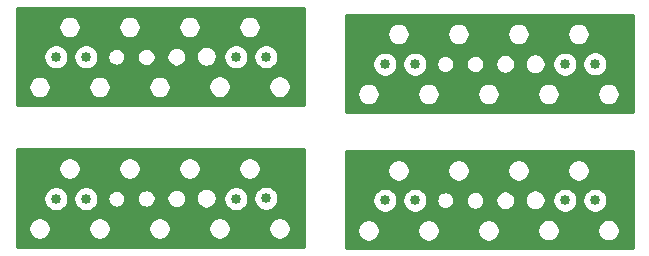
<source format=gbl>
%MOIN*%
%OFA0B0*%
%FSLAX46Y46*%
%IPPOS*%
%LPD*%
%ADD10C,0.033464566929133861*%
%ADD11C,0.01*%
%ADD12C,0.0039370078740157488*%
%ADD23C,0.033464566929133861*%
%ADD24C,0.01*%
%ADD25C,0.0039370078740157488*%
%ADD26C,0.033464566929133861*%
%ADD27C,0.01*%
%ADD28C,0.0039370078740157488*%
%ADD29C,0.033464566929133861*%
%ADD30C,0.01*%
%ADD31C,0.0039370078740157488*%
G01*
D10*
X-0004370078Y0004409448D02*
X0001397421Y0003105948D03*
X0000797421Y0003105448D03*
X0001297421Y0003105448D03*
X0000697421Y0003105448D03*
D11*
X0001523220Y0002945433D02*
X0000567405Y0002945433D01*
X0000567405Y0003009142D01*
X0000604921Y0003009142D01*
X0000604921Y0003001755D01*
X0000606362Y0002994510D01*
X0000609189Y0002987685D01*
X0000613293Y0002981543D01*
X0000618516Y0002976320D01*
X0000624658Y0002972216D01*
X0000631482Y0002969389D01*
X0000638727Y0002967948D01*
X0000646114Y0002967948D01*
X0000653359Y0002969389D01*
X0000660184Y0002972216D01*
X0000666326Y0002976320D01*
X0000671549Y0002981543D01*
X0000675653Y0002987685D01*
X0000678480Y0002994510D01*
X0000679921Y0003001755D01*
X0000679921Y0003009142D01*
X0000804921Y0003009142D01*
X0000804921Y0003001755D01*
X0000806362Y0002994510D01*
X0000809189Y0002987685D01*
X0000813293Y0002981543D01*
X0000818516Y0002976320D01*
X0000824658Y0002972216D01*
X0000831482Y0002969389D01*
X0000838727Y0002967948D01*
X0000846114Y0002967948D01*
X0000853359Y0002969389D01*
X0000860184Y0002972216D01*
X0000866326Y0002976320D01*
X0000871549Y0002981543D01*
X0000875653Y0002987685D01*
X0000878480Y0002994510D01*
X0000879921Y0003001755D01*
X0000879921Y0003009142D01*
X0001004921Y0003009142D01*
X0001004921Y0003001755D01*
X0001006362Y0002994510D01*
X0001009189Y0002987685D01*
X0001013293Y0002981543D01*
X0001018516Y0002976320D01*
X0001024658Y0002972216D01*
X0001031482Y0002969389D01*
X0001038727Y0002967948D01*
X0001046114Y0002967948D01*
X0001053359Y0002969389D01*
X0001060184Y0002972216D01*
X0001066326Y0002976320D01*
X0001071549Y0002981543D01*
X0001075653Y0002987685D01*
X0001078480Y0002994510D01*
X0001079921Y0003001755D01*
X0001079921Y0003009142D01*
X0001079821Y0003009642D01*
X0001204921Y0003009642D01*
X0001204921Y0003002255D01*
X0001206362Y0002995010D01*
X0001209189Y0002988185D01*
X0001213293Y0002982043D01*
X0001218516Y0002976820D01*
X0001224658Y0002972716D01*
X0001231482Y0002969889D01*
X0001238727Y0002968448D01*
X0001246114Y0002968448D01*
X0001253359Y0002969889D01*
X0001260184Y0002972716D01*
X0001266326Y0002976820D01*
X0001271549Y0002982043D01*
X0001275653Y0002988185D01*
X0001278480Y0002995010D01*
X0001279921Y0003002255D01*
X0001279921Y0003009642D01*
X0001404921Y0003009642D01*
X0001404921Y0003002255D01*
X0001406362Y0002995010D01*
X0001409189Y0002988185D01*
X0001413293Y0002982043D01*
X0001418516Y0002976820D01*
X0001424658Y0002972716D01*
X0001431482Y0002969889D01*
X0001438727Y0002968448D01*
X0001446114Y0002968448D01*
X0001453359Y0002969889D01*
X0001460184Y0002972716D01*
X0001466326Y0002976820D01*
X0001471549Y0002982043D01*
X0001475653Y0002988185D01*
X0001478480Y0002995010D01*
X0001479921Y0003002255D01*
X0001479921Y0003009642D01*
X0001478480Y0003016887D01*
X0001475653Y0003023711D01*
X0001471549Y0003029853D01*
X0001466326Y0003035076D01*
X0001460184Y0003039180D01*
X0001453359Y0003042007D01*
X0001446114Y0003043448D01*
X0001438727Y0003043448D01*
X0001431482Y0003042007D01*
X0001424658Y0003039180D01*
X0001418516Y0003035076D01*
X0001413293Y0003029853D01*
X0001409189Y0003023711D01*
X0001406362Y0003016887D01*
X0001404921Y0003009642D01*
X0001279921Y0003009642D01*
X0001278480Y0003016887D01*
X0001275653Y0003023711D01*
X0001271549Y0003029853D01*
X0001266326Y0003035076D01*
X0001260184Y0003039180D01*
X0001253359Y0003042007D01*
X0001246114Y0003043448D01*
X0001238727Y0003043448D01*
X0001231482Y0003042007D01*
X0001224658Y0003039180D01*
X0001218516Y0003035076D01*
X0001213293Y0003029853D01*
X0001209189Y0003023711D01*
X0001206362Y0003016887D01*
X0001204921Y0003009642D01*
X0001079821Y0003009642D01*
X0001078480Y0003016387D01*
X0001075653Y0003023211D01*
X0001071549Y0003029353D01*
X0001066326Y0003034576D01*
X0001060184Y0003038680D01*
X0001053359Y0003041507D01*
X0001046114Y0003042948D01*
X0001038727Y0003042948D01*
X0001031482Y0003041507D01*
X0001024658Y0003038680D01*
X0001018516Y0003034576D01*
X0001013293Y0003029353D01*
X0001009189Y0003023211D01*
X0001006362Y0003016387D01*
X0001004921Y0003009142D01*
X0000879921Y0003009142D01*
X0000878480Y0003016387D01*
X0000875653Y0003023211D01*
X0000871549Y0003029353D01*
X0000866326Y0003034576D01*
X0000860184Y0003038680D01*
X0000853359Y0003041507D01*
X0000846114Y0003042948D01*
X0000838727Y0003042948D01*
X0000831482Y0003041507D01*
X0000824658Y0003038680D01*
X0000818516Y0003034576D01*
X0000813293Y0003029353D01*
X0000809189Y0003023211D01*
X0000806362Y0003016387D01*
X0000804921Y0003009142D01*
X0000679921Y0003009142D01*
X0000678480Y0003016387D01*
X0000675653Y0003023211D01*
X0000671549Y0003029353D01*
X0000666326Y0003034576D01*
X0000660184Y0003038680D01*
X0000653359Y0003041507D01*
X0000646114Y0003042948D01*
X0000638727Y0003042948D01*
X0000631482Y0003041507D01*
X0000624658Y0003038680D01*
X0000618516Y0003034576D01*
X0000613293Y0003029353D01*
X0000609189Y0003023211D01*
X0000606362Y0003016387D01*
X0000604921Y0003009142D01*
X0000567405Y0003009142D01*
X0000567405Y0003109559D01*
X0000655688Y0003109559D01*
X0000655688Y0003101338D01*
X0000657292Y0003093275D01*
X0000660438Y0003085681D01*
X0000665005Y0003078845D01*
X0000670818Y0003073033D01*
X0000677653Y0003068466D01*
X0000685248Y0003065320D01*
X0000693310Y0003063716D01*
X0000701531Y0003063716D01*
X0000709594Y0003065320D01*
X0000717188Y0003068466D01*
X0000724024Y0003073033D01*
X0000729836Y0003078845D01*
X0000734403Y0003085681D01*
X0000737549Y0003093275D01*
X0000739153Y0003101338D01*
X0000739153Y0003109559D01*
X0000755688Y0003109559D01*
X0000755688Y0003101338D01*
X0000757292Y0003093275D01*
X0000760438Y0003085681D01*
X0000765005Y0003078845D01*
X0000770818Y0003073033D01*
X0000777653Y0003068466D01*
X0000785248Y0003065320D01*
X0000793310Y0003063716D01*
X0000801531Y0003063716D01*
X0000809594Y0003065320D01*
X0000817188Y0003068466D01*
X0000824024Y0003073033D01*
X0000829836Y0003078845D01*
X0000834403Y0003085681D01*
X0000837549Y0003093275D01*
X0000839153Y0003101338D01*
X0000839153Y0003108395D01*
X0000868500Y0003108395D01*
X0000868500Y0003102501D01*
X0000869649Y0003096721D01*
X0000871905Y0003091275D01*
X0000875179Y0003086375D01*
X0000879347Y0003082207D01*
X0000884248Y0003078932D01*
X0000889693Y0003076677D01*
X0000895474Y0003075527D01*
X0000901368Y0003075527D01*
X0000907148Y0003076677D01*
X0000912594Y0003078932D01*
X0000917494Y0003082207D01*
X0000921662Y0003086375D01*
X0000924937Y0003091275D01*
X0000927192Y0003096721D01*
X0000928342Y0003102501D01*
X0000928342Y0003108395D01*
X0000928323Y0003108492D01*
X0000967515Y0003108492D01*
X0000967515Y0003102404D01*
X0000968703Y0003096434D01*
X0000971033Y0003090809D01*
X0000974415Y0003085747D01*
X0000978720Y0003081442D01*
X0000983782Y0003078060D01*
X0000989406Y0003075730D01*
X0000995377Y0003074543D01*
X0001001465Y0003074543D01*
X0001007436Y0003075730D01*
X0001013060Y0003078060D01*
X0001018122Y0003081442D01*
X0001022427Y0003085747D01*
X0001025809Y0003090809D01*
X0001028139Y0003096434D01*
X0001029326Y0003102404D01*
X0001029326Y0003108492D01*
X0001029188Y0003109186D01*
X0001065547Y0003109186D01*
X0001065547Y0003102711D01*
X0001066810Y0003096359D01*
X0001069288Y0003090377D01*
X0001072886Y0003084992D01*
X0001077465Y0003080413D01*
X0001082849Y0003076816D01*
X0001088832Y0003074338D01*
X0001095183Y0003073074D01*
X0001101659Y0003073074D01*
X0001108010Y0003074338D01*
X0001113992Y0003076816D01*
X0001119377Y0003080413D01*
X0001123956Y0003084992D01*
X0001127553Y0003090377D01*
X0001130031Y0003096359D01*
X0001131295Y0003102711D01*
X0001131295Y0003109186D01*
X0001131057Y0003110380D01*
X0001163578Y0003110380D01*
X0001163578Y0003103517D01*
X0001164917Y0003096785D01*
X0001167544Y0003090444D01*
X0001171357Y0003084737D01*
X0001176210Y0003079884D01*
X0001181917Y0003076071D01*
X0001188258Y0003073445D01*
X0001194989Y0003072106D01*
X0001201852Y0003072106D01*
X0001208584Y0003073445D01*
X0001214925Y0003076071D01*
X0001220632Y0003079884D01*
X0001225485Y0003084737D01*
X0001229298Y0003090444D01*
X0001231924Y0003096785D01*
X0001233263Y0003103517D01*
X0001233263Y0003109559D01*
X0001255688Y0003109559D01*
X0001255688Y0003101338D01*
X0001257292Y0003093275D01*
X0001260438Y0003085681D01*
X0001265005Y0003078845D01*
X0001270818Y0003073033D01*
X0001277653Y0003068466D01*
X0001285248Y0003065320D01*
X0001293310Y0003063716D01*
X0001301531Y0003063716D01*
X0001309594Y0003065320D01*
X0001317188Y0003068466D01*
X0001324024Y0003073033D01*
X0001329836Y0003078845D01*
X0001334403Y0003085681D01*
X0001337549Y0003093275D01*
X0001339153Y0003101338D01*
X0001339153Y0003109559D01*
X0001339054Y0003110059D01*
X0001355688Y0003110059D01*
X0001355688Y0003101838D01*
X0001357292Y0003093775D01*
X0001360438Y0003086181D01*
X0001365005Y0003079346D01*
X0001370818Y0003073533D01*
X0001377653Y0003068966D01*
X0001385248Y0003065820D01*
X0001393310Y0003064216D01*
X0001401531Y0003064216D01*
X0001409594Y0003065820D01*
X0001417188Y0003068966D01*
X0001424024Y0003073533D01*
X0001429836Y0003079346D01*
X0001434403Y0003086181D01*
X0001437549Y0003093775D01*
X0001439153Y0003101838D01*
X0001439153Y0003110059D01*
X0001437549Y0003118121D01*
X0001434403Y0003125716D01*
X0001429836Y0003132551D01*
X0001424024Y0003138364D01*
X0001417188Y0003142931D01*
X0001409594Y0003146077D01*
X0001401531Y0003147681D01*
X0001393310Y0003147681D01*
X0001385248Y0003146077D01*
X0001377653Y0003142931D01*
X0001370818Y0003138364D01*
X0001365005Y0003132551D01*
X0001360438Y0003125716D01*
X0001357292Y0003118121D01*
X0001355688Y0003110059D01*
X0001339054Y0003110059D01*
X0001337549Y0003117621D01*
X0001334403Y0003125216D01*
X0001329836Y0003132051D01*
X0001324024Y0003137864D01*
X0001317188Y0003142431D01*
X0001309594Y0003145577D01*
X0001301531Y0003147181D01*
X0001293310Y0003147181D01*
X0001285248Y0003145577D01*
X0001277653Y0003142431D01*
X0001270818Y0003137864D01*
X0001265005Y0003132051D01*
X0001260438Y0003125216D01*
X0001257292Y0003117621D01*
X0001255688Y0003109559D01*
X0001233263Y0003109559D01*
X0001233263Y0003110380D01*
X0001231924Y0003117112D01*
X0001229298Y0003123452D01*
X0001225485Y0003129159D01*
X0001220632Y0003134012D01*
X0001214925Y0003137825D01*
X0001208584Y0003140452D01*
X0001201852Y0003141791D01*
X0001194989Y0003141791D01*
X0001188258Y0003140452D01*
X0001181917Y0003137825D01*
X0001176210Y0003134012D01*
X0001171357Y0003129159D01*
X0001167544Y0003123452D01*
X0001164917Y0003117112D01*
X0001163578Y0003110380D01*
X0001131057Y0003110380D01*
X0001130031Y0003115537D01*
X0001127553Y0003121520D01*
X0001123956Y0003126904D01*
X0001119377Y0003131483D01*
X0001113992Y0003135081D01*
X0001108010Y0003137559D01*
X0001101659Y0003138822D01*
X0001095183Y0003138822D01*
X0001088832Y0003137559D01*
X0001082849Y0003135081D01*
X0001077465Y0003131483D01*
X0001072886Y0003126904D01*
X0001069288Y0003121520D01*
X0001066810Y0003115537D01*
X0001065547Y0003109186D01*
X0001029188Y0003109186D01*
X0001028139Y0003114463D01*
X0001025809Y0003120088D01*
X0001022427Y0003125149D01*
X0001018122Y0003129454D01*
X0001013060Y0003132836D01*
X0001007436Y0003135166D01*
X0001001465Y0003136354D01*
X0000995377Y0003136354D01*
X0000989406Y0003135166D01*
X0000983782Y0003132836D01*
X0000978720Y0003129454D01*
X0000974415Y0003125149D01*
X0000971033Y0003120088D01*
X0000968703Y0003114463D01*
X0000967515Y0003108492D01*
X0000928323Y0003108492D01*
X0000927192Y0003114176D01*
X0000924937Y0003119621D01*
X0000921662Y0003124522D01*
X0000917494Y0003128690D01*
X0000912594Y0003131964D01*
X0000907148Y0003134220D01*
X0000901368Y0003135370D01*
X0000895474Y0003135370D01*
X0000889693Y0003134220D01*
X0000884248Y0003131964D01*
X0000879347Y0003128690D01*
X0000875179Y0003124522D01*
X0000871905Y0003119621D01*
X0000869649Y0003114176D01*
X0000868500Y0003108395D01*
X0000839153Y0003108395D01*
X0000839153Y0003109559D01*
X0000837549Y0003117621D01*
X0000834403Y0003125216D01*
X0000829836Y0003132051D01*
X0000824024Y0003137864D01*
X0000817188Y0003142431D01*
X0000809594Y0003145577D01*
X0000801531Y0003147181D01*
X0000793310Y0003147181D01*
X0000785248Y0003145577D01*
X0000777653Y0003142431D01*
X0000770818Y0003137864D01*
X0000765005Y0003132051D01*
X0000760438Y0003125216D01*
X0000757292Y0003117621D01*
X0000755688Y0003109559D01*
X0000739153Y0003109559D01*
X0000737549Y0003117621D01*
X0000734403Y0003125216D01*
X0000729836Y0003132051D01*
X0000724024Y0003137864D01*
X0000717188Y0003142431D01*
X0000709594Y0003145577D01*
X0000701531Y0003147181D01*
X0000693310Y0003147181D01*
X0000685248Y0003145577D01*
X0000677653Y0003142431D01*
X0000670818Y0003137864D01*
X0000665005Y0003132051D01*
X0000660438Y0003125216D01*
X0000657292Y0003117621D01*
X0000655688Y0003109559D01*
X0000567405Y0003109559D01*
X0000567405Y0003209142D01*
X0000704921Y0003209142D01*
X0000704921Y0003201755D01*
X0000706362Y0003194510D01*
X0000709189Y0003187685D01*
X0000713293Y0003181543D01*
X0000718516Y0003176320D01*
X0000724658Y0003172216D01*
X0000731482Y0003169389D01*
X0000738727Y0003167948D01*
X0000746114Y0003167948D01*
X0000753359Y0003169389D01*
X0000760184Y0003172216D01*
X0000766326Y0003176320D01*
X0000771549Y0003181543D01*
X0000775653Y0003187685D01*
X0000778480Y0003194510D01*
X0000779921Y0003201755D01*
X0000779921Y0003209142D01*
X0000904921Y0003209142D01*
X0000904921Y0003201755D01*
X0000906362Y0003194510D01*
X0000909189Y0003187685D01*
X0000913293Y0003181543D01*
X0000918516Y0003176320D01*
X0000924658Y0003172216D01*
X0000931482Y0003169389D01*
X0000938727Y0003167948D01*
X0000946114Y0003167948D01*
X0000953359Y0003169389D01*
X0000960184Y0003172216D01*
X0000966326Y0003176320D01*
X0000971549Y0003181543D01*
X0000975653Y0003187685D01*
X0000978480Y0003194510D01*
X0000979921Y0003201755D01*
X0000979921Y0003209142D01*
X0001104921Y0003209142D01*
X0001104921Y0003201755D01*
X0001106362Y0003194510D01*
X0001109189Y0003187685D01*
X0001113293Y0003181543D01*
X0001118516Y0003176320D01*
X0001124658Y0003172216D01*
X0001131482Y0003169389D01*
X0001138727Y0003167948D01*
X0001146114Y0003167948D01*
X0001153359Y0003169389D01*
X0001160184Y0003172216D01*
X0001166326Y0003176320D01*
X0001171549Y0003181543D01*
X0001175653Y0003187685D01*
X0001178480Y0003194510D01*
X0001179921Y0003201755D01*
X0001179921Y0003209142D01*
X0001304921Y0003209142D01*
X0001304921Y0003201755D01*
X0001306362Y0003194510D01*
X0001309189Y0003187685D01*
X0001313293Y0003181543D01*
X0001318516Y0003176320D01*
X0001324658Y0003172216D01*
X0001331482Y0003169389D01*
X0001338727Y0003167948D01*
X0001346114Y0003167948D01*
X0001353359Y0003169389D01*
X0001360184Y0003172216D01*
X0001366326Y0003176320D01*
X0001371549Y0003181543D01*
X0001375653Y0003187685D01*
X0001378480Y0003194510D01*
X0001379921Y0003201755D01*
X0001379921Y0003209142D01*
X0001378480Y0003216387D01*
X0001375653Y0003223211D01*
X0001371549Y0003229353D01*
X0001366326Y0003234576D01*
X0001360184Y0003238680D01*
X0001353359Y0003241507D01*
X0001346114Y0003242948D01*
X0001338727Y0003242948D01*
X0001331482Y0003241507D01*
X0001324658Y0003238680D01*
X0001318516Y0003234576D01*
X0001313293Y0003229353D01*
X0001309189Y0003223211D01*
X0001306362Y0003216387D01*
X0001304921Y0003209142D01*
X0001179921Y0003209142D01*
X0001178480Y0003216387D01*
X0001175653Y0003223211D01*
X0001171549Y0003229353D01*
X0001166326Y0003234576D01*
X0001160184Y0003238680D01*
X0001153359Y0003241507D01*
X0001146114Y0003242948D01*
X0001138727Y0003242948D01*
X0001131482Y0003241507D01*
X0001124658Y0003238680D01*
X0001118516Y0003234576D01*
X0001113293Y0003229353D01*
X0001109189Y0003223211D01*
X0001106362Y0003216387D01*
X0001104921Y0003209142D01*
X0000979921Y0003209142D01*
X0000978480Y0003216387D01*
X0000975653Y0003223211D01*
X0000971549Y0003229353D01*
X0000966326Y0003234576D01*
X0000960184Y0003238680D01*
X0000953359Y0003241507D01*
X0000946114Y0003242948D01*
X0000938727Y0003242948D01*
X0000931482Y0003241507D01*
X0000924658Y0003238680D01*
X0000918516Y0003234576D01*
X0000913293Y0003229353D01*
X0000909189Y0003223211D01*
X0000906362Y0003216387D01*
X0000904921Y0003209142D01*
X0000779921Y0003209142D01*
X0000778480Y0003216387D01*
X0000775653Y0003223211D01*
X0000771549Y0003229353D01*
X0000766326Y0003234576D01*
X0000760184Y0003238680D01*
X0000753359Y0003241507D01*
X0000746114Y0003242948D01*
X0000738727Y0003242948D01*
X0000731482Y0003241507D01*
X0000724658Y0003238680D01*
X0000718516Y0003234576D01*
X0000713293Y0003229353D01*
X0000709189Y0003223211D01*
X0000706362Y0003216387D01*
X0000704921Y0003209142D01*
X0000567405Y0003209142D01*
X0000567405Y0003269054D01*
X0001523220Y0003269054D01*
X0001523220Y0002945433D01*
D12*
G36*
X0001523220Y0002945433D02*
G01*
X0000567405Y0002945433D01*
X0000567405Y0003009142D01*
X0000604921Y0003009142D01*
X0000604921Y0003001755D01*
X0000606362Y0002994510D01*
X0000609189Y0002987685D01*
X0000613293Y0002981543D01*
X0000618516Y0002976320D01*
X0000624658Y0002972216D01*
X0000631482Y0002969389D01*
X0000638727Y0002967948D01*
X0000646114Y0002967948D01*
X0000653359Y0002969389D01*
X0000660184Y0002972216D01*
X0000666326Y0002976320D01*
X0000671549Y0002981543D01*
X0000675653Y0002987685D01*
X0000678480Y0002994510D01*
X0000679921Y0003001755D01*
X0000679921Y0003009142D01*
X0000804921Y0003009142D01*
X0000804921Y0003001755D01*
X0000806362Y0002994510D01*
X0000809189Y0002987685D01*
X0000813293Y0002981543D01*
X0000818516Y0002976320D01*
X0000824658Y0002972216D01*
X0000831482Y0002969389D01*
X0000838727Y0002967948D01*
X0000846114Y0002967948D01*
X0000853359Y0002969389D01*
X0000860184Y0002972216D01*
X0000866326Y0002976320D01*
X0000871549Y0002981543D01*
X0000875653Y0002987685D01*
X0000878480Y0002994510D01*
X0000879921Y0003001755D01*
X0000879921Y0003009142D01*
X0001004921Y0003009142D01*
X0001004921Y0003001755D01*
X0001006362Y0002994510D01*
X0001009189Y0002987685D01*
X0001013293Y0002981543D01*
X0001018516Y0002976320D01*
X0001024658Y0002972216D01*
X0001031482Y0002969389D01*
X0001038727Y0002967948D01*
X0001046114Y0002967948D01*
X0001053359Y0002969389D01*
X0001060184Y0002972216D01*
X0001066326Y0002976320D01*
X0001071549Y0002981543D01*
X0001075653Y0002987685D01*
X0001078480Y0002994510D01*
X0001079921Y0003001755D01*
X0001079921Y0003009142D01*
X0001079821Y0003009642D01*
X0001204921Y0003009642D01*
X0001204921Y0003002255D01*
X0001206362Y0002995010D01*
X0001209189Y0002988185D01*
X0001213293Y0002982043D01*
X0001218516Y0002976820D01*
X0001224658Y0002972716D01*
X0001231482Y0002969889D01*
X0001238727Y0002968448D01*
X0001246114Y0002968448D01*
X0001253359Y0002969889D01*
X0001260184Y0002972716D01*
X0001266326Y0002976820D01*
X0001271549Y0002982043D01*
X0001275653Y0002988185D01*
X0001278480Y0002995010D01*
X0001279921Y0003002255D01*
X0001279921Y0003009642D01*
X0001404921Y0003009642D01*
X0001404921Y0003002255D01*
X0001406362Y0002995010D01*
X0001409189Y0002988185D01*
X0001413293Y0002982043D01*
X0001418516Y0002976820D01*
X0001424658Y0002972716D01*
X0001431482Y0002969889D01*
X0001438727Y0002968448D01*
X0001446114Y0002968448D01*
X0001453359Y0002969889D01*
X0001460184Y0002972716D01*
X0001466326Y0002976820D01*
X0001471549Y0002982043D01*
X0001475653Y0002988185D01*
X0001478480Y0002995010D01*
X0001479921Y0003002255D01*
X0001479921Y0003009642D01*
X0001478480Y0003016887D01*
X0001475653Y0003023711D01*
X0001471549Y0003029853D01*
X0001466326Y0003035076D01*
X0001460184Y0003039180D01*
X0001453359Y0003042007D01*
X0001446114Y0003043448D01*
X0001438727Y0003043448D01*
X0001431482Y0003042007D01*
X0001424658Y0003039180D01*
X0001418516Y0003035076D01*
X0001413293Y0003029853D01*
X0001409189Y0003023711D01*
X0001406362Y0003016887D01*
X0001404921Y0003009642D01*
X0001279921Y0003009642D01*
X0001278480Y0003016887D01*
X0001275653Y0003023711D01*
X0001271549Y0003029853D01*
X0001266326Y0003035076D01*
X0001260184Y0003039180D01*
X0001253359Y0003042007D01*
X0001246114Y0003043448D01*
X0001238727Y0003043448D01*
X0001231482Y0003042007D01*
X0001224658Y0003039180D01*
X0001218516Y0003035076D01*
X0001213293Y0003029853D01*
X0001209189Y0003023711D01*
X0001206362Y0003016887D01*
X0001204921Y0003009642D01*
X0001079821Y0003009642D01*
X0001078480Y0003016387D01*
X0001075653Y0003023211D01*
X0001071549Y0003029353D01*
X0001066326Y0003034576D01*
X0001060184Y0003038680D01*
X0001053359Y0003041507D01*
X0001046114Y0003042948D01*
X0001038727Y0003042948D01*
X0001031482Y0003041507D01*
X0001024658Y0003038680D01*
X0001018516Y0003034576D01*
X0001013293Y0003029353D01*
X0001009189Y0003023211D01*
X0001006362Y0003016387D01*
X0001004921Y0003009142D01*
X0000879921Y0003009142D01*
X0000878480Y0003016387D01*
X0000875653Y0003023211D01*
X0000871549Y0003029353D01*
X0000866326Y0003034576D01*
X0000860184Y0003038680D01*
X0000853359Y0003041507D01*
X0000846114Y0003042948D01*
X0000838727Y0003042948D01*
X0000831482Y0003041507D01*
X0000824658Y0003038680D01*
X0000818516Y0003034576D01*
X0000813293Y0003029353D01*
X0000809189Y0003023211D01*
X0000806362Y0003016387D01*
X0000804921Y0003009142D01*
X0000679921Y0003009142D01*
X0000678480Y0003016387D01*
X0000675653Y0003023211D01*
X0000671549Y0003029353D01*
X0000666326Y0003034576D01*
X0000660184Y0003038680D01*
X0000653359Y0003041507D01*
X0000646114Y0003042948D01*
X0000638727Y0003042948D01*
X0000631482Y0003041507D01*
X0000624658Y0003038680D01*
X0000618516Y0003034576D01*
X0000613293Y0003029353D01*
X0000609189Y0003023211D01*
X0000606362Y0003016387D01*
X0000604921Y0003009142D01*
X0000567405Y0003009142D01*
X0000567405Y0003109559D01*
X0000655688Y0003109559D01*
X0000655688Y0003101338D01*
X0000657292Y0003093275D01*
X0000660438Y0003085681D01*
X0000665005Y0003078845D01*
X0000670818Y0003073033D01*
X0000677653Y0003068466D01*
X0000685248Y0003065320D01*
X0000693310Y0003063716D01*
X0000701531Y0003063716D01*
X0000709594Y0003065320D01*
X0000717188Y0003068466D01*
X0000724024Y0003073033D01*
X0000729836Y0003078845D01*
X0000734403Y0003085681D01*
X0000737549Y0003093275D01*
X0000739153Y0003101338D01*
X0000739153Y0003109559D01*
X0000755688Y0003109559D01*
X0000755688Y0003101338D01*
X0000757292Y0003093275D01*
X0000760438Y0003085681D01*
X0000765005Y0003078845D01*
X0000770818Y0003073033D01*
X0000777653Y0003068466D01*
X0000785248Y0003065320D01*
X0000793310Y0003063716D01*
X0000801531Y0003063716D01*
X0000809594Y0003065320D01*
X0000817188Y0003068466D01*
X0000824024Y0003073033D01*
X0000829836Y0003078845D01*
X0000834403Y0003085681D01*
X0000837549Y0003093275D01*
X0000839153Y0003101338D01*
X0000839153Y0003108395D01*
X0000868500Y0003108395D01*
X0000868500Y0003102501D01*
X0000869649Y0003096721D01*
X0000871905Y0003091275D01*
X0000875179Y0003086375D01*
X0000879347Y0003082207D01*
X0000884248Y0003078932D01*
X0000889693Y0003076677D01*
X0000895474Y0003075527D01*
X0000901368Y0003075527D01*
X0000907148Y0003076677D01*
X0000912594Y0003078932D01*
X0000917494Y0003082207D01*
X0000921662Y0003086375D01*
X0000924937Y0003091275D01*
X0000927192Y0003096721D01*
X0000928342Y0003102501D01*
X0000928342Y0003108395D01*
X0000928323Y0003108492D01*
X0000967515Y0003108492D01*
X0000967515Y0003102404D01*
X0000968703Y0003096434D01*
X0000971033Y0003090809D01*
X0000974415Y0003085747D01*
X0000978720Y0003081442D01*
X0000983782Y0003078060D01*
X0000989406Y0003075730D01*
X0000995377Y0003074543D01*
X0001001465Y0003074543D01*
X0001007436Y0003075730D01*
X0001013060Y0003078060D01*
X0001018122Y0003081442D01*
X0001022427Y0003085747D01*
X0001025809Y0003090809D01*
X0001028139Y0003096434D01*
X0001029326Y0003102404D01*
X0001029326Y0003108492D01*
X0001029188Y0003109186D01*
X0001065547Y0003109186D01*
X0001065547Y0003102711D01*
X0001066810Y0003096359D01*
X0001069288Y0003090377D01*
X0001072886Y0003084992D01*
X0001077465Y0003080413D01*
X0001082849Y0003076816D01*
X0001088832Y0003074338D01*
X0001095183Y0003073074D01*
X0001101659Y0003073074D01*
X0001108010Y0003074338D01*
X0001113992Y0003076816D01*
X0001119377Y0003080413D01*
X0001123956Y0003084992D01*
X0001127553Y0003090377D01*
X0001130031Y0003096359D01*
X0001131295Y0003102711D01*
X0001131295Y0003109186D01*
X0001131057Y0003110380D01*
X0001163578Y0003110380D01*
X0001163578Y0003103517D01*
X0001164917Y0003096785D01*
X0001167544Y0003090444D01*
X0001171357Y0003084737D01*
X0001176210Y0003079884D01*
X0001181917Y0003076071D01*
X0001188258Y0003073445D01*
X0001194989Y0003072106D01*
X0001201852Y0003072106D01*
X0001208584Y0003073445D01*
X0001214925Y0003076071D01*
X0001220632Y0003079884D01*
X0001225485Y0003084737D01*
X0001229298Y0003090444D01*
X0001231924Y0003096785D01*
X0001233263Y0003103517D01*
X0001233263Y0003109559D01*
X0001255688Y0003109559D01*
X0001255688Y0003101338D01*
X0001257292Y0003093275D01*
X0001260438Y0003085681D01*
X0001265005Y0003078845D01*
X0001270818Y0003073033D01*
X0001277653Y0003068466D01*
X0001285248Y0003065320D01*
X0001293310Y0003063716D01*
X0001301531Y0003063716D01*
X0001309594Y0003065320D01*
X0001317188Y0003068466D01*
X0001324024Y0003073033D01*
X0001329836Y0003078845D01*
X0001334403Y0003085681D01*
X0001337549Y0003093275D01*
X0001339153Y0003101338D01*
X0001339153Y0003109559D01*
X0001339054Y0003110059D01*
X0001355688Y0003110059D01*
X0001355688Y0003101838D01*
X0001357292Y0003093775D01*
X0001360438Y0003086181D01*
X0001365005Y0003079346D01*
X0001370818Y0003073533D01*
X0001377653Y0003068966D01*
X0001385248Y0003065820D01*
X0001393310Y0003064216D01*
X0001401531Y0003064216D01*
X0001409594Y0003065820D01*
X0001417188Y0003068966D01*
X0001424024Y0003073533D01*
X0001429836Y0003079346D01*
X0001434403Y0003086181D01*
X0001437549Y0003093775D01*
X0001439153Y0003101838D01*
X0001439153Y0003110059D01*
X0001437549Y0003118121D01*
X0001434403Y0003125716D01*
X0001429836Y0003132551D01*
X0001424024Y0003138364D01*
X0001417188Y0003142931D01*
X0001409594Y0003146077D01*
X0001401531Y0003147681D01*
X0001393310Y0003147681D01*
X0001385248Y0003146077D01*
X0001377653Y0003142931D01*
X0001370818Y0003138364D01*
X0001365005Y0003132551D01*
X0001360438Y0003125716D01*
X0001357292Y0003118121D01*
X0001355688Y0003110059D01*
X0001339054Y0003110059D01*
X0001337549Y0003117621D01*
X0001334403Y0003125216D01*
X0001329836Y0003132051D01*
X0001324024Y0003137864D01*
X0001317188Y0003142431D01*
X0001309594Y0003145577D01*
X0001301531Y0003147181D01*
X0001293310Y0003147181D01*
X0001285248Y0003145577D01*
X0001277653Y0003142431D01*
X0001270818Y0003137864D01*
X0001265005Y0003132051D01*
X0001260438Y0003125216D01*
X0001257292Y0003117621D01*
X0001255688Y0003109559D01*
X0001233263Y0003109559D01*
X0001233263Y0003110380D01*
X0001231924Y0003117112D01*
X0001229298Y0003123452D01*
X0001225485Y0003129159D01*
X0001220632Y0003134012D01*
X0001214925Y0003137825D01*
X0001208584Y0003140452D01*
X0001201852Y0003141791D01*
X0001194989Y0003141791D01*
X0001188258Y0003140452D01*
X0001181917Y0003137825D01*
X0001176210Y0003134012D01*
X0001171357Y0003129159D01*
X0001167544Y0003123452D01*
X0001164917Y0003117112D01*
X0001163578Y0003110380D01*
X0001131057Y0003110380D01*
X0001130031Y0003115537D01*
X0001127553Y0003121520D01*
X0001123956Y0003126904D01*
X0001119377Y0003131483D01*
X0001113992Y0003135081D01*
X0001108010Y0003137559D01*
X0001101659Y0003138822D01*
X0001095183Y0003138822D01*
X0001088832Y0003137559D01*
X0001082849Y0003135081D01*
X0001077465Y0003131483D01*
X0001072886Y0003126904D01*
X0001069288Y0003121520D01*
X0001066810Y0003115537D01*
X0001065547Y0003109186D01*
X0001029188Y0003109186D01*
X0001028139Y0003114463D01*
X0001025809Y0003120088D01*
X0001022427Y0003125149D01*
X0001018122Y0003129454D01*
X0001013060Y0003132836D01*
X0001007436Y0003135166D01*
X0001001465Y0003136354D01*
X0000995377Y0003136354D01*
X0000989406Y0003135166D01*
X0000983782Y0003132836D01*
X0000978720Y0003129454D01*
X0000974415Y0003125149D01*
X0000971033Y0003120088D01*
X0000968703Y0003114463D01*
X0000967515Y0003108492D01*
X0000928323Y0003108492D01*
X0000927192Y0003114176D01*
X0000924937Y0003119621D01*
X0000921662Y0003124522D01*
X0000917494Y0003128690D01*
X0000912594Y0003131964D01*
X0000907148Y0003134220D01*
X0000901368Y0003135370D01*
X0000895474Y0003135370D01*
X0000889693Y0003134220D01*
X0000884248Y0003131964D01*
X0000879347Y0003128690D01*
X0000875179Y0003124522D01*
X0000871905Y0003119621D01*
X0000869649Y0003114176D01*
X0000868500Y0003108395D01*
X0000839153Y0003108395D01*
X0000839153Y0003109559D01*
X0000837549Y0003117621D01*
X0000834403Y0003125216D01*
X0000829836Y0003132051D01*
X0000824024Y0003137864D01*
X0000817188Y0003142431D01*
X0000809594Y0003145577D01*
X0000801531Y0003147181D01*
X0000793310Y0003147181D01*
X0000785248Y0003145577D01*
X0000777653Y0003142431D01*
X0000770818Y0003137864D01*
X0000765005Y0003132051D01*
X0000760438Y0003125216D01*
X0000757292Y0003117621D01*
X0000755688Y0003109559D01*
X0000739153Y0003109559D01*
X0000737549Y0003117621D01*
X0000734403Y0003125216D01*
X0000729836Y0003132051D01*
X0000724024Y0003137864D01*
X0000717188Y0003142431D01*
X0000709594Y0003145577D01*
X0000701531Y0003147181D01*
X0000693310Y0003147181D01*
X0000685248Y0003145577D01*
X0000677653Y0003142431D01*
X0000670818Y0003137864D01*
X0000665005Y0003132051D01*
X0000660438Y0003125216D01*
X0000657292Y0003117621D01*
X0000655688Y0003109559D01*
X0000567405Y0003109559D01*
X0000567405Y0003209142D01*
X0000704921Y0003209142D01*
X0000704921Y0003201755D01*
X0000706362Y0003194510D01*
X0000709189Y0003187685D01*
X0000713293Y0003181543D01*
X0000718516Y0003176320D01*
X0000724658Y0003172216D01*
X0000731482Y0003169389D01*
X0000738727Y0003167948D01*
X0000746114Y0003167948D01*
X0000753359Y0003169389D01*
X0000760184Y0003172216D01*
X0000766326Y0003176320D01*
X0000771549Y0003181543D01*
X0000775653Y0003187685D01*
X0000778480Y0003194510D01*
X0000779921Y0003201755D01*
X0000779921Y0003209142D01*
X0000904921Y0003209142D01*
X0000904921Y0003201755D01*
X0000906362Y0003194510D01*
X0000909189Y0003187685D01*
X0000913293Y0003181543D01*
X0000918516Y0003176320D01*
X0000924658Y0003172216D01*
X0000931482Y0003169389D01*
X0000938727Y0003167948D01*
X0000946114Y0003167948D01*
X0000953359Y0003169389D01*
X0000960184Y0003172216D01*
X0000966326Y0003176320D01*
X0000971549Y0003181543D01*
X0000975653Y0003187685D01*
X0000978480Y0003194510D01*
X0000979921Y0003201755D01*
X0000979921Y0003209142D01*
X0001104921Y0003209142D01*
X0001104921Y0003201755D01*
X0001106362Y0003194510D01*
X0001109189Y0003187685D01*
X0001113293Y0003181543D01*
X0001118516Y0003176320D01*
X0001124658Y0003172216D01*
X0001131482Y0003169389D01*
X0001138727Y0003167948D01*
X0001146114Y0003167948D01*
X0001153359Y0003169389D01*
X0001160184Y0003172216D01*
X0001166326Y0003176320D01*
X0001171549Y0003181543D01*
X0001175653Y0003187685D01*
X0001178480Y0003194510D01*
X0001179921Y0003201755D01*
X0001179921Y0003209142D01*
X0001304921Y0003209142D01*
X0001304921Y0003201755D01*
X0001306362Y0003194510D01*
X0001309189Y0003187685D01*
X0001313293Y0003181543D01*
X0001318516Y0003176320D01*
X0001324658Y0003172216D01*
X0001331482Y0003169389D01*
X0001338727Y0003167948D01*
X0001346114Y0003167948D01*
X0001353359Y0003169389D01*
X0001360184Y0003172216D01*
X0001366326Y0003176320D01*
X0001371549Y0003181543D01*
X0001375653Y0003187685D01*
X0001378480Y0003194510D01*
X0001379921Y0003201755D01*
X0001379921Y0003209142D01*
X0001378480Y0003216387D01*
X0001375653Y0003223211D01*
X0001371549Y0003229353D01*
X0001366326Y0003234576D01*
X0001360184Y0003238680D01*
X0001353359Y0003241507D01*
X0001346114Y0003242948D01*
X0001338727Y0003242948D01*
X0001331482Y0003241507D01*
X0001324658Y0003238680D01*
X0001318516Y0003234576D01*
X0001313293Y0003229353D01*
X0001309189Y0003223211D01*
X0001306362Y0003216387D01*
X0001304921Y0003209142D01*
X0001179921Y0003209142D01*
X0001178480Y0003216387D01*
X0001175653Y0003223211D01*
X0001171549Y0003229353D01*
X0001166326Y0003234576D01*
X0001160184Y0003238680D01*
X0001153359Y0003241507D01*
X0001146114Y0003242948D01*
X0001138727Y0003242948D01*
X0001131482Y0003241507D01*
X0001124658Y0003238680D01*
X0001118516Y0003234576D01*
X0001113293Y0003229353D01*
X0001109189Y0003223211D01*
X0001106362Y0003216387D01*
X0001104921Y0003209142D01*
X0000979921Y0003209142D01*
X0000978480Y0003216387D01*
X0000975653Y0003223211D01*
X0000971549Y0003229353D01*
X0000966326Y0003234576D01*
X0000960184Y0003238680D01*
X0000953359Y0003241507D01*
X0000946114Y0003242948D01*
X0000938727Y0003242948D01*
X0000931482Y0003241507D01*
X0000924658Y0003238680D01*
X0000918516Y0003234576D01*
X0000913293Y0003229353D01*
X0000909189Y0003223211D01*
X0000906362Y0003216387D01*
X0000904921Y0003209142D01*
X0000779921Y0003209142D01*
X0000778480Y0003216387D01*
X0000775653Y0003223211D01*
X0000771549Y0003229353D01*
X0000766326Y0003234576D01*
X0000760184Y0003238680D01*
X0000753359Y0003241507D01*
X0000746114Y0003242948D01*
X0000738727Y0003242948D01*
X0000731482Y0003241507D01*
X0000724658Y0003238680D01*
X0000718516Y0003234576D01*
X0000713293Y0003229353D01*
X0000709189Y0003223211D01*
X0000706362Y0003216387D01*
X0000704921Y0003209142D01*
X0000567405Y0003209142D01*
X0000567405Y0003269054D01*
X0001523220Y0003269054D01*
X0001523220Y0002945433D01*
G37*
G04 next file*
G04 #@! TF.GenerationSoftware,KiCad,Pcbnew,(5.1.12)-1*
G04 #@! TF.CreationDate,2022-03-29T21:33:58+08:00*
G04 #@! TF.ProjectId,Nozzle,4e6f7a7a-6c65-42e6-9b69-6361645f7063,Gen3.1b*
G04 #@! TF.SameCoordinates,Original*
G04 #@! TF.FileFunction,Copper,L2,Bot*
G04 #@! TF.FilePolarity,Positive*
G04 Gerber Fmt 4.6, Leading zero omitted, Abs format (unit mm)*
G04 Created by KiCad (PCBNEW (5.1.12)-1) date 2022-03-29 21:33:58*
G01*
G04 APERTURE LIST*
G04 #@! TA.AperFunction,ComponentPad*
G04 #@! TD*
G04 #@! TA.AperFunction,NonConductor*
G04 #@! TD*
G04 #@! TA.AperFunction,NonConductor*
G04 #@! TD*
G04 APERTURE END LIST*
D23*
X-0004370078Y0004881889D02*
X0001397421Y0003578389D03*
X0000797421Y0003577889D03*
X0001297421Y0003577889D03*
X0000697421Y0003577889D03*
D24*
X0001523220Y0003417874D02*
X0000567405Y0003417874D01*
X0000567405Y0003481583D01*
X0000604921Y0003481583D01*
X0000604921Y0003474196D01*
X0000606362Y0003466951D01*
X0000609189Y0003460126D01*
X0000613293Y0003453984D01*
X0000618516Y0003448761D01*
X0000624658Y0003444657D01*
X0000631482Y0003441830D01*
X0000638727Y0003440389D01*
X0000646114Y0003440389D01*
X0000653359Y0003441830D01*
X0000660184Y0003444657D01*
X0000666326Y0003448761D01*
X0000671549Y0003453984D01*
X0000675653Y0003460126D01*
X0000678480Y0003466951D01*
X0000679921Y0003474196D01*
X0000679921Y0003481583D01*
X0000804921Y0003481583D01*
X0000804921Y0003474196D01*
X0000806362Y0003466951D01*
X0000809189Y0003460126D01*
X0000813293Y0003453984D01*
X0000818516Y0003448761D01*
X0000824658Y0003444657D01*
X0000831482Y0003441830D01*
X0000838727Y0003440389D01*
X0000846114Y0003440389D01*
X0000853359Y0003441830D01*
X0000860184Y0003444657D01*
X0000866326Y0003448761D01*
X0000871549Y0003453984D01*
X0000875653Y0003460126D01*
X0000878480Y0003466951D01*
X0000879921Y0003474196D01*
X0000879921Y0003481583D01*
X0001004921Y0003481583D01*
X0001004921Y0003474196D01*
X0001006362Y0003466951D01*
X0001009189Y0003460126D01*
X0001013293Y0003453984D01*
X0001018516Y0003448761D01*
X0001024658Y0003444657D01*
X0001031482Y0003441830D01*
X0001038727Y0003440389D01*
X0001046114Y0003440389D01*
X0001053359Y0003441830D01*
X0001060184Y0003444657D01*
X0001066326Y0003448761D01*
X0001071549Y0003453984D01*
X0001075653Y0003460126D01*
X0001078480Y0003466951D01*
X0001079921Y0003474196D01*
X0001079921Y0003481583D01*
X0001079821Y0003482083D01*
X0001204921Y0003482083D01*
X0001204921Y0003474696D01*
X0001206362Y0003467451D01*
X0001209189Y0003460626D01*
X0001213293Y0003454484D01*
X0001218516Y0003449261D01*
X0001224658Y0003445157D01*
X0001231482Y0003442330D01*
X0001238727Y0003440889D01*
X0001246114Y0003440889D01*
X0001253359Y0003442330D01*
X0001260184Y0003445157D01*
X0001266326Y0003449261D01*
X0001271549Y0003454484D01*
X0001275653Y0003460626D01*
X0001278480Y0003467451D01*
X0001279921Y0003474696D01*
X0001279921Y0003482083D01*
X0001404921Y0003482083D01*
X0001404921Y0003474696D01*
X0001406362Y0003467451D01*
X0001409189Y0003460626D01*
X0001413293Y0003454484D01*
X0001418516Y0003449261D01*
X0001424658Y0003445157D01*
X0001431482Y0003442330D01*
X0001438727Y0003440889D01*
X0001446114Y0003440889D01*
X0001453359Y0003442330D01*
X0001460184Y0003445157D01*
X0001466326Y0003449261D01*
X0001471549Y0003454484D01*
X0001475653Y0003460626D01*
X0001478480Y0003467451D01*
X0001479921Y0003474696D01*
X0001479921Y0003482083D01*
X0001478480Y0003489328D01*
X0001475653Y0003496152D01*
X0001471549Y0003502294D01*
X0001466326Y0003507517D01*
X0001460184Y0003511621D01*
X0001453359Y0003514448D01*
X0001446114Y0003515889D01*
X0001438727Y0003515889D01*
X0001431482Y0003514448D01*
X0001424658Y0003511621D01*
X0001418516Y0003507517D01*
X0001413293Y0003502294D01*
X0001409189Y0003496152D01*
X0001406362Y0003489328D01*
X0001404921Y0003482083D01*
X0001279921Y0003482083D01*
X0001278480Y0003489328D01*
X0001275653Y0003496152D01*
X0001271549Y0003502294D01*
X0001266326Y0003507517D01*
X0001260184Y0003511621D01*
X0001253359Y0003514448D01*
X0001246114Y0003515889D01*
X0001238727Y0003515889D01*
X0001231482Y0003514448D01*
X0001224658Y0003511621D01*
X0001218516Y0003507517D01*
X0001213293Y0003502294D01*
X0001209189Y0003496152D01*
X0001206362Y0003489328D01*
X0001204921Y0003482083D01*
X0001079821Y0003482083D01*
X0001078480Y0003488828D01*
X0001075653Y0003495652D01*
X0001071549Y0003501794D01*
X0001066326Y0003507017D01*
X0001060184Y0003511121D01*
X0001053359Y0003513948D01*
X0001046114Y0003515389D01*
X0001038727Y0003515389D01*
X0001031482Y0003513948D01*
X0001024658Y0003511121D01*
X0001018516Y0003507017D01*
X0001013293Y0003501794D01*
X0001009189Y0003495652D01*
X0001006362Y0003488828D01*
X0001004921Y0003481583D01*
X0000879921Y0003481583D01*
X0000878480Y0003488828D01*
X0000875653Y0003495652D01*
X0000871549Y0003501794D01*
X0000866326Y0003507017D01*
X0000860184Y0003511121D01*
X0000853359Y0003513948D01*
X0000846114Y0003515389D01*
X0000838727Y0003515389D01*
X0000831482Y0003513948D01*
X0000824658Y0003511121D01*
X0000818516Y0003507017D01*
X0000813293Y0003501794D01*
X0000809189Y0003495652D01*
X0000806362Y0003488828D01*
X0000804921Y0003481583D01*
X0000679921Y0003481583D01*
X0000678480Y0003488828D01*
X0000675653Y0003495652D01*
X0000671549Y0003501794D01*
X0000666326Y0003507017D01*
X0000660184Y0003511121D01*
X0000653359Y0003513948D01*
X0000646114Y0003515389D01*
X0000638727Y0003515389D01*
X0000631482Y0003513948D01*
X0000624658Y0003511121D01*
X0000618516Y0003507017D01*
X0000613293Y0003501794D01*
X0000609189Y0003495652D01*
X0000606362Y0003488828D01*
X0000604921Y0003481583D01*
X0000567405Y0003481583D01*
X0000567405Y0003582000D01*
X0000655688Y0003582000D01*
X0000655688Y0003573779D01*
X0000657292Y0003565716D01*
X0000660438Y0003558122D01*
X0000665005Y0003551286D01*
X0000670818Y0003545474D01*
X0000677653Y0003540907D01*
X0000685248Y0003537761D01*
X0000693310Y0003536157D01*
X0000701531Y0003536157D01*
X0000709594Y0003537761D01*
X0000717188Y0003540907D01*
X0000724024Y0003545474D01*
X0000729836Y0003551286D01*
X0000734403Y0003558122D01*
X0000737549Y0003565716D01*
X0000739153Y0003573779D01*
X0000739153Y0003582000D01*
X0000755688Y0003582000D01*
X0000755688Y0003573779D01*
X0000757292Y0003565716D01*
X0000760438Y0003558122D01*
X0000765005Y0003551286D01*
X0000770818Y0003545474D01*
X0000777653Y0003540907D01*
X0000785248Y0003537761D01*
X0000793310Y0003536157D01*
X0000801531Y0003536157D01*
X0000809594Y0003537761D01*
X0000817188Y0003540907D01*
X0000824024Y0003545474D01*
X0000829836Y0003551286D01*
X0000834403Y0003558122D01*
X0000837549Y0003565716D01*
X0000839153Y0003573779D01*
X0000839153Y0003580836D01*
X0000868500Y0003580836D01*
X0000868500Y0003574942D01*
X0000869649Y0003569162D01*
X0000871905Y0003563716D01*
X0000875179Y0003558816D01*
X0000879347Y0003554648D01*
X0000884248Y0003551373D01*
X0000889693Y0003549118D01*
X0000895474Y0003547968D01*
X0000901368Y0003547968D01*
X0000907148Y0003549118D01*
X0000912594Y0003551373D01*
X0000917494Y0003554648D01*
X0000921662Y0003558816D01*
X0000924937Y0003563716D01*
X0000927192Y0003569162D01*
X0000928342Y0003574942D01*
X0000928342Y0003580836D01*
X0000928323Y0003580933D01*
X0000967515Y0003580933D01*
X0000967515Y0003574845D01*
X0000968703Y0003568874D01*
X0000971033Y0003563250D01*
X0000974415Y0003558188D01*
X0000978720Y0003553883D01*
X0000983782Y0003550501D01*
X0000989406Y0003548171D01*
X0000995377Y0003546984D01*
X0001001465Y0003546984D01*
X0001007436Y0003548171D01*
X0001013060Y0003550501D01*
X0001018122Y0003553883D01*
X0001022427Y0003558188D01*
X0001025809Y0003563250D01*
X0001028139Y0003568874D01*
X0001029326Y0003574845D01*
X0001029326Y0003580933D01*
X0001029188Y0003581627D01*
X0001065547Y0003581627D01*
X0001065547Y0003575151D01*
X0001066810Y0003568800D01*
X0001069288Y0003562818D01*
X0001072886Y0003557433D01*
X0001077465Y0003552854D01*
X0001082849Y0003549257D01*
X0001088832Y0003546779D01*
X0001095183Y0003545515D01*
X0001101659Y0003545515D01*
X0001108010Y0003546779D01*
X0001113992Y0003549257D01*
X0001119377Y0003552854D01*
X0001123956Y0003557433D01*
X0001127553Y0003562818D01*
X0001130031Y0003568800D01*
X0001131295Y0003575151D01*
X0001131295Y0003581627D01*
X0001131057Y0003582821D01*
X0001163578Y0003582821D01*
X0001163578Y0003575958D01*
X0001164917Y0003569226D01*
X0001167544Y0003562885D01*
X0001171357Y0003557178D01*
X0001176210Y0003552325D01*
X0001181917Y0003548512D01*
X0001188258Y0003545886D01*
X0001194989Y0003544547D01*
X0001201852Y0003544547D01*
X0001208584Y0003545886D01*
X0001214925Y0003548512D01*
X0001220632Y0003552325D01*
X0001225485Y0003557178D01*
X0001229298Y0003562885D01*
X0001231924Y0003569226D01*
X0001233263Y0003575958D01*
X0001233263Y0003582000D01*
X0001255688Y0003582000D01*
X0001255688Y0003573779D01*
X0001257292Y0003565716D01*
X0001260438Y0003558122D01*
X0001265005Y0003551286D01*
X0001270818Y0003545474D01*
X0001277653Y0003540907D01*
X0001285248Y0003537761D01*
X0001293310Y0003536157D01*
X0001301531Y0003536157D01*
X0001309594Y0003537761D01*
X0001317188Y0003540907D01*
X0001324024Y0003545474D01*
X0001329836Y0003551286D01*
X0001334403Y0003558122D01*
X0001337549Y0003565716D01*
X0001339153Y0003573779D01*
X0001339153Y0003582000D01*
X0001339054Y0003582500D01*
X0001355688Y0003582500D01*
X0001355688Y0003574279D01*
X0001357292Y0003566216D01*
X0001360438Y0003558622D01*
X0001365005Y0003551786D01*
X0001370818Y0003545974D01*
X0001377653Y0003541407D01*
X0001385248Y0003538261D01*
X0001393310Y0003536657D01*
X0001401531Y0003536657D01*
X0001409594Y0003538261D01*
X0001417188Y0003541407D01*
X0001424024Y0003545974D01*
X0001429836Y0003551786D01*
X0001434403Y0003558622D01*
X0001437549Y0003566216D01*
X0001439153Y0003574279D01*
X0001439153Y0003582500D01*
X0001437549Y0003590562D01*
X0001434403Y0003598157D01*
X0001429836Y0003604992D01*
X0001424024Y0003610805D01*
X0001417188Y0003615372D01*
X0001409594Y0003618518D01*
X0001401531Y0003620122D01*
X0001393310Y0003620122D01*
X0001385248Y0003618518D01*
X0001377653Y0003615372D01*
X0001370818Y0003610805D01*
X0001365005Y0003604992D01*
X0001360438Y0003598157D01*
X0001357292Y0003590562D01*
X0001355688Y0003582500D01*
X0001339054Y0003582500D01*
X0001337549Y0003590062D01*
X0001334403Y0003597657D01*
X0001329836Y0003604492D01*
X0001324024Y0003610305D01*
X0001317188Y0003614872D01*
X0001309594Y0003618018D01*
X0001301531Y0003619622D01*
X0001293310Y0003619622D01*
X0001285248Y0003618018D01*
X0001277653Y0003614872D01*
X0001270818Y0003610305D01*
X0001265005Y0003604492D01*
X0001260438Y0003597657D01*
X0001257292Y0003590062D01*
X0001255688Y0003582000D01*
X0001233263Y0003582000D01*
X0001233263Y0003582821D01*
X0001231924Y0003589552D01*
X0001229298Y0003595893D01*
X0001225485Y0003601600D01*
X0001220632Y0003606453D01*
X0001214925Y0003610266D01*
X0001208584Y0003612893D01*
X0001201852Y0003614232D01*
X0001194989Y0003614232D01*
X0001188258Y0003612893D01*
X0001181917Y0003610266D01*
X0001176210Y0003606453D01*
X0001171357Y0003601600D01*
X0001167544Y0003595893D01*
X0001164917Y0003589552D01*
X0001163578Y0003582821D01*
X0001131057Y0003582821D01*
X0001130031Y0003587978D01*
X0001127553Y0003593961D01*
X0001123956Y0003599345D01*
X0001119377Y0003603924D01*
X0001113992Y0003607522D01*
X0001108010Y0003610000D01*
X0001101659Y0003611263D01*
X0001095183Y0003611263D01*
X0001088832Y0003610000D01*
X0001082849Y0003607522D01*
X0001077465Y0003603924D01*
X0001072886Y0003599345D01*
X0001069288Y0003593961D01*
X0001066810Y0003587978D01*
X0001065547Y0003581627D01*
X0001029188Y0003581627D01*
X0001028139Y0003586904D01*
X0001025809Y0003592529D01*
X0001022427Y0003597590D01*
X0001018122Y0003601895D01*
X0001013060Y0003605277D01*
X0001007436Y0003607607D01*
X0001001465Y0003608795D01*
X0000995377Y0003608795D01*
X0000989406Y0003607607D01*
X0000983782Y0003605277D01*
X0000978720Y0003601895D01*
X0000974415Y0003597590D01*
X0000971033Y0003592529D01*
X0000968703Y0003586904D01*
X0000967515Y0003580933D01*
X0000928323Y0003580933D01*
X0000927192Y0003586617D01*
X0000924937Y0003592062D01*
X0000921662Y0003596963D01*
X0000917494Y0003601131D01*
X0000912594Y0003604405D01*
X0000907148Y0003606661D01*
X0000901368Y0003607810D01*
X0000895474Y0003607810D01*
X0000889693Y0003606661D01*
X0000884248Y0003604405D01*
X0000879347Y0003601131D01*
X0000875179Y0003596963D01*
X0000871905Y0003592062D01*
X0000869649Y0003586617D01*
X0000868500Y0003580836D01*
X0000839153Y0003580836D01*
X0000839153Y0003582000D01*
X0000837549Y0003590062D01*
X0000834403Y0003597657D01*
X0000829836Y0003604492D01*
X0000824024Y0003610305D01*
X0000817188Y0003614872D01*
X0000809594Y0003618018D01*
X0000801531Y0003619622D01*
X0000793310Y0003619622D01*
X0000785248Y0003618018D01*
X0000777653Y0003614872D01*
X0000770818Y0003610305D01*
X0000765005Y0003604492D01*
X0000760438Y0003597657D01*
X0000757292Y0003590062D01*
X0000755688Y0003582000D01*
X0000739153Y0003582000D01*
X0000737549Y0003590062D01*
X0000734403Y0003597657D01*
X0000729836Y0003604492D01*
X0000724024Y0003610305D01*
X0000717188Y0003614872D01*
X0000709594Y0003618018D01*
X0000701531Y0003619622D01*
X0000693310Y0003619622D01*
X0000685248Y0003618018D01*
X0000677653Y0003614872D01*
X0000670818Y0003610305D01*
X0000665005Y0003604492D01*
X0000660438Y0003597657D01*
X0000657292Y0003590062D01*
X0000655688Y0003582000D01*
X0000567405Y0003582000D01*
X0000567405Y0003681583D01*
X0000704921Y0003681583D01*
X0000704921Y0003674196D01*
X0000706362Y0003666951D01*
X0000709189Y0003660126D01*
X0000713293Y0003653984D01*
X0000718516Y0003648761D01*
X0000724658Y0003644657D01*
X0000731482Y0003641830D01*
X0000738727Y0003640389D01*
X0000746114Y0003640389D01*
X0000753359Y0003641830D01*
X0000760184Y0003644657D01*
X0000766326Y0003648761D01*
X0000771549Y0003653984D01*
X0000775653Y0003660126D01*
X0000778480Y0003666951D01*
X0000779921Y0003674196D01*
X0000779921Y0003681583D01*
X0000904921Y0003681583D01*
X0000904921Y0003674196D01*
X0000906362Y0003666951D01*
X0000909189Y0003660126D01*
X0000913293Y0003653984D01*
X0000918516Y0003648761D01*
X0000924658Y0003644657D01*
X0000931482Y0003641830D01*
X0000938727Y0003640389D01*
X0000946114Y0003640389D01*
X0000953359Y0003641830D01*
X0000960184Y0003644657D01*
X0000966326Y0003648761D01*
X0000971549Y0003653984D01*
X0000975653Y0003660126D01*
X0000978480Y0003666951D01*
X0000979921Y0003674196D01*
X0000979921Y0003681583D01*
X0001104921Y0003681583D01*
X0001104921Y0003674196D01*
X0001106362Y0003666951D01*
X0001109189Y0003660126D01*
X0001113293Y0003653984D01*
X0001118516Y0003648761D01*
X0001124658Y0003644657D01*
X0001131482Y0003641830D01*
X0001138727Y0003640389D01*
X0001146114Y0003640389D01*
X0001153359Y0003641830D01*
X0001160184Y0003644657D01*
X0001166326Y0003648761D01*
X0001171549Y0003653984D01*
X0001175653Y0003660126D01*
X0001178480Y0003666951D01*
X0001179921Y0003674196D01*
X0001179921Y0003681583D01*
X0001304921Y0003681583D01*
X0001304921Y0003674196D01*
X0001306362Y0003666951D01*
X0001309189Y0003660126D01*
X0001313293Y0003653984D01*
X0001318516Y0003648761D01*
X0001324658Y0003644657D01*
X0001331482Y0003641830D01*
X0001338727Y0003640389D01*
X0001346114Y0003640389D01*
X0001353359Y0003641830D01*
X0001360184Y0003644657D01*
X0001366326Y0003648761D01*
X0001371549Y0003653984D01*
X0001375653Y0003660126D01*
X0001378480Y0003666951D01*
X0001379921Y0003674196D01*
X0001379921Y0003681583D01*
X0001378480Y0003688828D01*
X0001375653Y0003695652D01*
X0001371549Y0003701794D01*
X0001366326Y0003707017D01*
X0001360184Y0003711121D01*
X0001353359Y0003713948D01*
X0001346114Y0003715389D01*
X0001338727Y0003715389D01*
X0001331482Y0003713948D01*
X0001324658Y0003711121D01*
X0001318516Y0003707017D01*
X0001313293Y0003701794D01*
X0001309189Y0003695652D01*
X0001306362Y0003688828D01*
X0001304921Y0003681583D01*
X0001179921Y0003681583D01*
X0001178480Y0003688828D01*
X0001175653Y0003695652D01*
X0001171549Y0003701794D01*
X0001166326Y0003707017D01*
X0001160184Y0003711121D01*
X0001153359Y0003713948D01*
X0001146114Y0003715389D01*
X0001138727Y0003715389D01*
X0001131482Y0003713948D01*
X0001124658Y0003711121D01*
X0001118516Y0003707017D01*
X0001113293Y0003701794D01*
X0001109189Y0003695652D01*
X0001106362Y0003688828D01*
X0001104921Y0003681583D01*
X0000979921Y0003681583D01*
X0000978480Y0003688828D01*
X0000975653Y0003695652D01*
X0000971549Y0003701794D01*
X0000966326Y0003707017D01*
X0000960184Y0003711121D01*
X0000953359Y0003713948D01*
X0000946114Y0003715389D01*
X0000938727Y0003715389D01*
X0000931482Y0003713948D01*
X0000924658Y0003711121D01*
X0000918516Y0003707017D01*
X0000913293Y0003701794D01*
X0000909189Y0003695652D01*
X0000906362Y0003688828D01*
X0000904921Y0003681583D01*
X0000779921Y0003681583D01*
X0000778480Y0003688828D01*
X0000775653Y0003695652D01*
X0000771549Y0003701794D01*
X0000766326Y0003707017D01*
X0000760184Y0003711121D01*
X0000753359Y0003713948D01*
X0000746114Y0003715389D01*
X0000738727Y0003715389D01*
X0000731482Y0003713948D01*
X0000724658Y0003711121D01*
X0000718516Y0003707017D01*
X0000713293Y0003701794D01*
X0000709189Y0003695652D01*
X0000706362Y0003688828D01*
X0000704921Y0003681583D01*
X0000567405Y0003681583D01*
X0000567405Y0003741495D01*
X0001523220Y0003741495D01*
X0001523220Y0003417874D01*
G04 #@! TA.AperFunction,NonConductor*
D25*
G36*
X0001523220Y0003417874D02*
G01*
X0000567405Y0003417874D01*
X0000567405Y0003481583D01*
X0000604921Y0003481583D01*
X0000604921Y0003474196D01*
X0000606362Y0003466951D01*
X0000609189Y0003460126D01*
X0000613293Y0003453984D01*
X0000618516Y0003448761D01*
X0000624658Y0003444657D01*
X0000631482Y0003441830D01*
X0000638727Y0003440389D01*
X0000646114Y0003440389D01*
X0000653359Y0003441830D01*
X0000660184Y0003444657D01*
X0000666326Y0003448761D01*
X0000671549Y0003453984D01*
X0000675653Y0003460126D01*
X0000678480Y0003466951D01*
X0000679921Y0003474196D01*
X0000679921Y0003481583D01*
X0000804921Y0003481583D01*
X0000804921Y0003474196D01*
X0000806362Y0003466951D01*
X0000809189Y0003460126D01*
X0000813293Y0003453984D01*
X0000818516Y0003448761D01*
X0000824658Y0003444657D01*
X0000831482Y0003441830D01*
X0000838727Y0003440389D01*
X0000846114Y0003440389D01*
X0000853359Y0003441830D01*
X0000860184Y0003444657D01*
X0000866326Y0003448761D01*
X0000871549Y0003453984D01*
X0000875653Y0003460126D01*
X0000878480Y0003466951D01*
X0000879921Y0003474196D01*
X0000879921Y0003481583D01*
X0001004921Y0003481583D01*
X0001004921Y0003474196D01*
X0001006362Y0003466951D01*
X0001009189Y0003460126D01*
X0001013293Y0003453984D01*
X0001018516Y0003448761D01*
X0001024658Y0003444657D01*
X0001031482Y0003441830D01*
X0001038727Y0003440389D01*
X0001046114Y0003440389D01*
X0001053359Y0003441830D01*
X0001060184Y0003444657D01*
X0001066326Y0003448761D01*
X0001071549Y0003453984D01*
X0001075653Y0003460126D01*
X0001078480Y0003466951D01*
X0001079921Y0003474196D01*
X0001079921Y0003481583D01*
X0001079821Y0003482083D01*
X0001204921Y0003482083D01*
X0001204921Y0003474696D01*
X0001206362Y0003467451D01*
X0001209189Y0003460626D01*
X0001213293Y0003454484D01*
X0001218516Y0003449261D01*
X0001224658Y0003445157D01*
X0001231482Y0003442330D01*
X0001238727Y0003440889D01*
X0001246114Y0003440889D01*
X0001253359Y0003442330D01*
X0001260184Y0003445157D01*
X0001266326Y0003449261D01*
X0001271549Y0003454484D01*
X0001275653Y0003460626D01*
X0001278480Y0003467451D01*
X0001279921Y0003474696D01*
X0001279921Y0003482083D01*
X0001404921Y0003482083D01*
X0001404921Y0003474696D01*
X0001406362Y0003467451D01*
X0001409189Y0003460626D01*
X0001413293Y0003454484D01*
X0001418516Y0003449261D01*
X0001424658Y0003445157D01*
X0001431482Y0003442330D01*
X0001438727Y0003440889D01*
X0001446114Y0003440889D01*
X0001453359Y0003442330D01*
X0001460184Y0003445157D01*
X0001466326Y0003449261D01*
X0001471549Y0003454484D01*
X0001475653Y0003460626D01*
X0001478480Y0003467451D01*
X0001479921Y0003474696D01*
X0001479921Y0003482083D01*
X0001478480Y0003489328D01*
X0001475653Y0003496152D01*
X0001471549Y0003502294D01*
X0001466326Y0003507517D01*
X0001460184Y0003511621D01*
X0001453359Y0003514448D01*
X0001446114Y0003515889D01*
X0001438727Y0003515889D01*
X0001431482Y0003514448D01*
X0001424658Y0003511621D01*
X0001418516Y0003507517D01*
X0001413293Y0003502294D01*
X0001409189Y0003496152D01*
X0001406362Y0003489328D01*
X0001404921Y0003482083D01*
X0001279921Y0003482083D01*
X0001278480Y0003489328D01*
X0001275653Y0003496152D01*
X0001271549Y0003502294D01*
X0001266326Y0003507517D01*
X0001260184Y0003511621D01*
X0001253359Y0003514448D01*
X0001246114Y0003515889D01*
X0001238727Y0003515889D01*
X0001231482Y0003514448D01*
X0001224658Y0003511621D01*
X0001218516Y0003507517D01*
X0001213293Y0003502294D01*
X0001209189Y0003496152D01*
X0001206362Y0003489328D01*
X0001204921Y0003482083D01*
X0001079821Y0003482083D01*
X0001078480Y0003488828D01*
X0001075653Y0003495652D01*
X0001071549Y0003501794D01*
X0001066326Y0003507017D01*
X0001060184Y0003511121D01*
X0001053359Y0003513948D01*
X0001046114Y0003515389D01*
X0001038727Y0003515389D01*
X0001031482Y0003513948D01*
X0001024658Y0003511121D01*
X0001018516Y0003507017D01*
X0001013293Y0003501794D01*
X0001009189Y0003495652D01*
X0001006362Y0003488828D01*
X0001004921Y0003481583D01*
X0000879921Y0003481583D01*
X0000878480Y0003488828D01*
X0000875653Y0003495652D01*
X0000871549Y0003501794D01*
X0000866326Y0003507017D01*
X0000860184Y0003511121D01*
X0000853359Y0003513948D01*
X0000846114Y0003515389D01*
X0000838727Y0003515389D01*
X0000831482Y0003513948D01*
X0000824658Y0003511121D01*
X0000818516Y0003507017D01*
X0000813293Y0003501794D01*
X0000809189Y0003495652D01*
X0000806362Y0003488828D01*
X0000804921Y0003481583D01*
X0000679921Y0003481583D01*
X0000678480Y0003488828D01*
X0000675653Y0003495652D01*
X0000671549Y0003501794D01*
X0000666326Y0003507017D01*
X0000660184Y0003511121D01*
X0000653359Y0003513948D01*
X0000646114Y0003515389D01*
X0000638727Y0003515389D01*
X0000631482Y0003513948D01*
X0000624658Y0003511121D01*
X0000618516Y0003507017D01*
X0000613293Y0003501794D01*
X0000609189Y0003495652D01*
X0000606362Y0003488828D01*
X0000604921Y0003481583D01*
X0000567405Y0003481583D01*
X0000567405Y0003582000D01*
X0000655688Y0003582000D01*
X0000655688Y0003573779D01*
X0000657292Y0003565716D01*
X0000660438Y0003558122D01*
X0000665005Y0003551286D01*
X0000670818Y0003545474D01*
X0000677653Y0003540907D01*
X0000685248Y0003537761D01*
X0000693310Y0003536157D01*
X0000701531Y0003536157D01*
X0000709594Y0003537761D01*
X0000717188Y0003540907D01*
X0000724024Y0003545474D01*
X0000729836Y0003551286D01*
X0000734403Y0003558122D01*
X0000737549Y0003565716D01*
X0000739153Y0003573779D01*
X0000739153Y0003582000D01*
X0000755688Y0003582000D01*
X0000755688Y0003573779D01*
X0000757292Y0003565716D01*
X0000760438Y0003558122D01*
X0000765005Y0003551286D01*
X0000770818Y0003545474D01*
X0000777653Y0003540907D01*
X0000785248Y0003537761D01*
X0000793310Y0003536157D01*
X0000801531Y0003536157D01*
X0000809594Y0003537761D01*
X0000817188Y0003540907D01*
X0000824024Y0003545474D01*
X0000829836Y0003551286D01*
X0000834403Y0003558122D01*
X0000837549Y0003565716D01*
X0000839153Y0003573779D01*
X0000839153Y0003580836D01*
X0000868500Y0003580836D01*
X0000868500Y0003574942D01*
X0000869649Y0003569162D01*
X0000871905Y0003563716D01*
X0000875179Y0003558816D01*
X0000879347Y0003554648D01*
X0000884248Y0003551373D01*
X0000889693Y0003549118D01*
X0000895474Y0003547968D01*
X0000901368Y0003547968D01*
X0000907148Y0003549118D01*
X0000912594Y0003551373D01*
X0000917494Y0003554648D01*
X0000921662Y0003558816D01*
X0000924937Y0003563716D01*
X0000927192Y0003569162D01*
X0000928342Y0003574942D01*
X0000928342Y0003580836D01*
X0000928323Y0003580933D01*
X0000967515Y0003580933D01*
X0000967515Y0003574845D01*
X0000968703Y0003568874D01*
X0000971033Y0003563250D01*
X0000974415Y0003558188D01*
X0000978720Y0003553883D01*
X0000983782Y0003550501D01*
X0000989406Y0003548171D01*
X0000995377Y0003546984D01*
X0001001465Y0003546984D01*
X0001007436Y0003548171D01*
X0001013060Y0003550501D01*
X0001018122Y0003553883D01*
X0001022427Y0003558188D01*
X0001025809Y0003563250D01*
X0001028139Y0003568874D01*
X0001029326Y0003574845D01*
X0001029326Y0003580933D01*
X0001029188Y0003581627D01*
X0001065547Y0003581627D01*
X0001065547Y0003575151D01*
X0001066810Y0003568800D01*
X0001069288Y0003562818D01*
X0001072886Y0003557433D01*
X0001077465Y0003552854D01*
X0001082849Y0003549257D01*
X0001088832Y0003546779D01*
X0001095183Y0003545515D01*
X0001101659Y0003545515D01*
X0001108010Y0003546779D01*
X0001113992Y0003549257D01*
X0001119377Y0003552854D01*
X0001123956Y0003557433D01*
X0001127553Y0003562818D01*
X0001130031Y0003568800D01*
X0001131295Y0003575151D01*
X0001131295Y0003581627D01*
X0001131057Y0003582821D01*
X0001163578Y0003582821D01*
X0001163578Y0003575958D01*
X0001164917Y0003569226D01*
X0001167544Y0003562885D01*
X0001171357Y0003557178D01*
X0001176210Y0003552325D01*
X0001181917Y0003548512D01*
X0001188258Y0003545886D01*
X0001194989Y0003544547D01*
X0001201852Y0003544547D01*
X0001208584Y0003545886D01*
X0001214925Y0003548512D01*
X0001220632Y0003552325D01*
X0001225485Y0003557178D01*
X0001229298Y0003562885D01*
X0001231924Y0003569226D01*
X0001233263Y0003575958D01*
X0001233263Y0003582000D01*
X0001255688Y0003582000D01*
X0001255688Y0003573779D01*
X0001257292Y0003565716D01*
X0001260438Y0003558122D01*
X0001265005Y0003551286D01*
X0001270818Y0003545474D01*
X0001277653Y0003540907D01*
X0001285248Y0003537761D01*
X0001293310Y0003536157D01*
X0001301531Y0003536157D01*
X0001309594Y0003537761D01*
X0001317188Y0003540907D01*
X0001324024Y0003545474D01*
X0001329836Y0003551286D01*
X0001334403Y0003558122D01*
X0001337549Y0003565716D01*
X0001339153Y0003573779D01*
X0001339153Y0003582000D01*
X0001339054Y0003582500D01*
X0001355688Y0003582500D01*
X0001355688Y0003574279D01*
X0001357292Y0003566216D01*
X0001360438Y0003558622D01*
X0001365005Y0003551786D01*
X0001370818Y0003545974D01*
X0001377653Y0003541407D01*
X0001385248Y0003538261D01*
X0001393310Y0003536657D01*
X0001401531Y0003536657D01*
X0001409594Y0003538261D01*
X0001417188Y0003541407D01*
X0001424024Y0003545974D01*
X0001429836Y0003551786D01*
X0001434403Y0003558622D01*
X0001437549Y0003566216D01*
X0001439153Y0003574279D01*
X0001439153Y0003582500D01*
X0001437549Y0003590562D01*
X0001434403Y0003598157D01*
X0001429836Y0003604992D01*
X0001424024Y0003610805D01*
X0001417188Y0003615372D01*
X0001409594Y0003618518D01*
X0001401531Y0003620122D01*
X0001393310Y0003620122D01*
X0001385248Y0003618518D01*
X0001377653Y0003615372D01*
X0001370818Y0003610805D01*
X0001365005Y0003604992D01*
X0001360438Y0003598157D01*
X0001357292Y0003590562D01*
X0001355688Y0003582500D01*
X0001339054Y0003582500D01*
X0001337549Y0003590062D01*
X0001334403Y0003597657D01*
X0001329836Y0003604492D01*
X0001324024Y0003610305D01*
X0001317188Y0003614872D01*
X0001309594Y0003618018D01*
X0001301531Y0003619622D01*
X0001293310Y0003619622D01*
X0001285248Y0003618018D01*
X0001277653Y0003614872D01*
X0001270818Y0003610305D01*
X0001265005Y0003604492D01*
X0001260438Y0003597657D01*
X0001257292Y0003590062D01*
X0001255688Y0003582000D01*
X0001233263Y0003582000D01*
X0001233263Y0003582821D01*
X0001231924Y0003589552D01*
X0001229298Y0003595893D01*
X0001225485Y0003601600D01*
X0001220632Y0003606453D01*
X0001214925Y0003610266D01*
X0001208584Y0003612893D01*
X0001201852Y0003614232D01*
X0001194989Y0003614232D01*
X0001188258Y0003612893D01*
X0001181917Y0003610266D01*
X0001176210Y0003606453D01*
X0001171357Y0003601600D01*
X0001167544Y0003595893D01*
X0001164917Y0003589552D01*
X0001163578Y0003582821D01*
X0001131057Y0003582821D01*
X0001130031Y0003587978D01*
X0001127553Y0003593961D01*
X0001123956Y0003599345D01*
X0001119377Y0003603924D01*
X0001113992Y0003607522D01*
X0001108010Y0003610000D01*
X0001101659Y0003611263D01*
X0001095183Y0003611263D01*
X0001088832Y0003610000D01*
X0001082849Y0003607522D01*
X0001077465Y0003603924D01*
X0001072886Y0003599345D01*
X0001069288Y0003593961D01*
X0001066810Y0003587978D01*
X0001065547Y0003581627D01*
X0001029188Y0003581627D01*
X0001028139Y0003586904D01*
X0001025809Y0003592529D01*
X0001022427Y0003597590D01*
X0001018122Y0003601895D01*
X0001013060Y0003605277D01*
X0001007436Y0003607607D01*
X0001001465Y0003608795D01*
X0000995377Y0003608795D01*
X0000989406Y0003607607D01*
X0000983782Y0003605277D01*
X0000978720Y0003601895D01*
X0000974415Y0003597590D01*
X0000971033Y0003592529D01*
X0000968703Y0003586904D01*
X0000967515Y0003580933D01*
X0000928323Y0003580933D01*
X0000927192Y0003586617D01*
X0000924937Y0003592062D01*
X0000921662Y0003596963D01*
X0000917494Y0003601131D01*
X0000912594Y0003604405D01*
X0000907148Y0003606661D01*
X0000901368Y0003607810D01*
X0000895474Y0003607810D01*
X0000889693Y0003606661D01*
X0000884248Y0003604405D01*
X0000879347Y0003601131D01*
X0000875179Y0003596963D01*
X0000871905Y0003592062D01*
X0000869649Y0003586617D01*
X0000868500Y0003580836D01*
X0000839153Y0003580836D01*
X0000839153Y0003582000D01*
X0000837549Y0003590062D01*
X0000834403Y0003597657D01*
X0000829836Y0003604492D01*
X0000824024Y0003610305D01*
X0000817188Y0003614872D01*
X0000809594Y0003618018D01*
X0000801531Y0003619622D01*
X0000793310Y0003619622D01*
X0000785248Y0003618018D01*
X0000777653Y0003614872D01*
X0000770818Y0003610305D01*
X0000765005Y0003604492D01*
X0000760438Y0003597657D01*
X0000757292Y0003590062D01*
X0000755688Y0003582000D01*
X0000739153Y0003582000D01*
X0000737549Y0003590062D01*
X0000734403Y0003597657D01*
X0000729836Y0003604492D01*
X0000724024Y0003610305D01*
X0000717188Y0003614872D01*
X0000709594Y0003618018D01*
X0000701531Y0003619622D01*
X0000693310Y0003619622D01*
X0000685248Y0003618018D01*
X0000677653Y0003614872D01*
X0000670818Y0003610305D01*
X0000665005Y0003604492D01*
X0000660438Y0003597657D01*
X0000657292Y0003590062D01*
X0000655688Y0003582000D01*
X0000567405Y0003582000D01*
X0000567405Y0003681583D01*
X0000704921Y0003681583D01*
X0000704921Y0003674196D01*
X0000706362Y0003666951D01*
X0000709189Y0003660126D01*
X0000713293Y0003653984D01*
X0000718516Y0003648761D01*
X0000724658Y0003644657D01*
X0000731482Y0003641830D01*
X0000738727Y0003640389D01*
X0000746114Y0003640389D01*
X0000753359Y0003641830D01*
X0000760184Y0003644657D01*
X0000766326Y0003648761D01*
X0000771549Y0003653984D01*
X0000775653Y0003660126D01*
X0000778480Y0003666951D01*
X0000779921Y0003674196D01*
X0000779921Y0003681583D01*
X0000904921Y0003681583D01*
X0000904921Y0003674196D01*
X0000906362Y0003666951D01*
X0000909189Y0003660126D01*
X0000913293Y0003653984D01*
X0000918516Y0003648761D01*
X0000924658Y0003644657D01*
X0000931482Y0003641830D01*
X0000938727Y0003640389D01*
X0000946114Y0003640389D01*
X0000953359Y0003641830D01*
X0000960184Y0003644657D01*
X0000966326Y0003648761D01*
X0000971549Y0003653984D01*
X0000975653Y0003660126D01*
X0000978480Y0003666951D01*
X0000979921Y0003674196D01*
X0000979921Y0003681583D01*
X0001104921Y0003681583D01*
X0001104921Y0003674196D01*
X0001106362Y0003666951D01*
X0001109189Y0003660126D01*
X0001113293Y0003653984D01*
X0001118516Y0003648761D01*
X0001124658Y0003644657D01*
X0001131482Y0003641830D01*
X0001138727Y0003640389D01*
X0001146114Y0003640389D01*
X0001153359Y0003641830D01*
X0001160184Y0003644657D01*
X0001166326Y0003648761D01*
X0001171549Y0003653984D01*
X0001175653Y0003660126D01*
X0001178480Y0003666951D01*
X0001179921Y0003674196D01*
X0001179921Y0003681583D01*
X0001304921Y0003681583D01*
X0001304921Y0003674196D01*
X0001306362Y0003666951D01*
X0001309189Y0003660126D01*
X0001313293Y0003653984D01*
X0001318516Y0003648761D01*
X0001324658Y0003644657D01*
X0001331482Y0003641830D01*
X0001338727Y0003640389D01*
X0001346114Y0003640389D01*
X0001353359Y0003641830D01*
X0001360184Y0003644657D01*
X0001366326Y0003648761D01*
X0001371549Y0003653984D01*
X0001375653Y0003660126D01*
X0001378480Y0003666951D01*
X0001379921Y0003674196D01*
X0001379921Y0003681583D01*
X0001378480Y0003688828D01*
X0001375653Y0003695652D01*
X0001371549Y0003701794D01*
X0001366326Y0003707017D01*
X0001360184Y0003711121D01*
X0001353359Y0003713948D01*
X0001346114Y0003715389D01*
X0001338727Y0003715389D01*
X0001331482Y0003713948D01*
X0001324658Y0003711121D01*
X0001318516Y0003707017D01*
X0001313293Y0003701794D01*
X0001309189Y0003695652D01*
X0001306362Y0003688828D01*
X0001304921Y0003681583D01*
X0001179921Y0003681583D01*
X0001178480Y0003688828D01*
X0001175653Y0003695652D01*
X0001171549Y0003701794D01*
X0001166326Y0003707017D01*
X0001160184Y0003711121D01*
X0001153359Y0003713948D01*
X0001146114Y0003715389D01*
X0001138727Y0003715389D01*
X0001131482Y0003713948D01*
X0001124658Y0003711121D01*
X0001118516Y0003707017D01*
X0001113293Y0003701794D01*
X0001109189Y0003695652D01*
X0001106362Y0003688828D01*
X0001104921Y0003681583D01*
X0000979921Y0003681583D01*
X0000978480Y0003688828D01*
X0000975653Y0003695652D01*
X0000971549Y0003701794D01*
X0000966326Y0003707017D01*
X0000960184Y0003711121D01*
X0000953359Y0003713948D01*
X0000946114Y0003715389D01*
X0000938727Y0003715389D01*
X0000931482Y0003713948D01*
X0000924658Y0003711121D01*
X0000918516Y0003707017D01*
X0000913293Y0003701794D01*
X0000909189Y0003695652D01*
X0000906362Y0003688828D01*
X0000904921Y0003681583D01*
X0000779921Y0003681583D01*
X0000778480Y0003688828D01*
X0000775653Y0003695652D01*
X0000771549Y0003701794D01*
X0000766326Y0003707017D01*
X0000760184Y0003711121D01*
X0000753359Y0003713948D01*
X0000746114Y0003715389D01*
X0000738727Y0003715389D01*
X0000731482Y0003713948D01*
X0000724658Y0003711121D01*
X0000718516Y0003707017D01*
X0000713293Y0003701794D01*
X0000709189Y0003695652D01*
X0000706362Y0003688828D01*
X0000704921Y0003681583D01*
X0000567405Y0003681583D01*
X0000567405Y0003741495D01*
X0001523220Y0003741495D01*
X0001523220Y0003417874D01*
G37*
G04 #@! TD.AperFunction*
G04 next file*
G04 #@! TF.GenerationSoftware,KiCad,Pcbnew,(5.1.12)-1*
G04 #@! TF.CreationDate,2022-03-29T21:33:58+08:00*
G04 #@! TF.ProjectId,Nozzle,4e6f7a7a-6c65-42e6-9b69-6361645f7063,Gen3.1b*
G04 #@! TF.SameCoordinates,Original*
G04 #@! TF.FileFunction,Copper,L2,Bot*
G04 #@! TF.FilePolarity,Positive*
G04 Gerber Fmt 4.6, Leading zero omitted, Abs format (unit mm)*
G04 Created by KiCad (PCBNEW (5.1.12)-1) date 2022-03-29 21:33:58*
G01*
G04 APERTURE LIST*
G04 #@! TA.AperFunction,ComponentPad*
G04 #@! TD*
G04 #@! TA.AperFunction,NonConductor*
G04 #@! TD*
G04 #@! TA.AperFunction,NonConductor*
G04 #@! TD*
G04 APERTURE END LIST*
D26*
X-0003273795Y0004403387D02*
X0002493704Y0003099887D03*
X0001893704Y0003099387D03*
X0002393704Y0003099387D03*
X0001793704Y0003099387D03*
D27*
X0002619503Y0002939371D02*
X0001663688Y0002939371D01*
X0001663688Y0003003080D01*
X0001701204Y0003003080D01*
X0001701204Y0002995693D01*
X0001702645Y0002988448D01*
X0001705472Y0002981624D01*
X0001709576Y0002975482D01*
X0001714799Y0002970259D01*
X0001720941Y0002966155D01*
X0001727765Y0002963328D01*
X0001735010Y0002961887D01*
X0001742397Y0002961887D01*
X0001749642Y0002963328D01*
X0001756467Y0002966155D01*
X0001762609Y0002970259D01*
X0001767832Y0002975482D01*
X0001771936Y0002981624D01*
X0001774763Y0002988448D01*
X0001776204Y0002995693D01*
X0001776204Y0003003080D01*
X0001901204Y0003003080D01*
X0001901204Y0002995693D01*
X0001902645Y0002988448D01*
X0001905472Y0002981624D01*
X0001909576Y0002975482D01*
X0001914799Y0002970259D01*
X0001920941Y0002966155D01*
X0001927765Y0002963328D01*
X0001935010Y0002961887D01*
X0001942397Y0002961887D01*
X0001949642Y0002963328D01*
X0001956467Y0002966155D01*
X0001962609Y0002970259D01*
X0001967832Y0002975482D01*
X0001971936Y0002981624D01*
X0001974763Y0002988448D01*
X0001976204Y0002995693D01*
X0001976204Y0003003080D01*
X0002101204Y0003003080D01*
X0002101204Y0002995693D01*
X0002102645Y0002988448D01*
X0002105472Y0002981624D01*
X0002109576Y0002975482D01*
X0002114799Y0002970259D01*
X0002120941Y0002966155D01*
X0002127765Y0002963328D01*
X0002135010Y0002961887D01*
X0002142397Y0002961887D01*
X0002149642Y0002963328D01*
X0002156467Y0002966155D01*
X0002162609Y0002970259D01*
X0002167832Y0002975482D01*
X0002171936Y0002981624D01*
X0002174763Y0002988448D01*
X0002176204Y0002995693D01*
X0002176204Y0003003080D01*
X0002176104Y0003003580D01*
X0002301204Y0003003580D01*
X0002301204Y0002996193D01*
X0002302645Y0002988948D01*
X0002305472Y0002982124D01*
X0002309576Y0002975982D01*
X0002314799Y0002970759D01*
X0002320941Y0002966655D01*
X0002327765Y0002963828D01*
X0002335010Y0002962387D01*
X0002342397Y0002962387D01*
X0002349642Y0002963828D01*
X0002356467Y0002966655D01*
X0002362609Y0002970759D01*
X0002367832Y0002975982D01*
X0002371936Y0002982124D01*
X0002374763Y0002988948D01*
X0002376204Y0002996193D01*
X0002376204Y0003003580D01*
X0002501204Y0003003580D01*
X0002501204Y0002996193D01*
X0002502645Y0002988948D01*
X0002505472Y0002982124D01*
X0002509576Y0002975982D01*
X0002514799Y0002970759D01*
X0002520941Y0002966655D01*
X0002527765Y0002963828D01*
X0002535010Y0002962387D01*
X0002542397Y0002962387D01*
X0002549642Y0002963828D01*
X0002556467Y0002966655D01*
X0002562609Y0002970759D01*
X0002567832Y0002975982D01*
X0002571936Y0002982124D01*
X0002574763Y0002988948D01*
X0002576204Y0002996193D01*
X0002576204Y0003003580D01*
X0002574763Y0003010825D01*
X0002571936Y0003017650D01*
X0002567832Y0003023792D01*
X0002562609Y0003029015D01*
X0002556467Y0003033119D01*
X0002549642Y0003035946D01*
X0002542397Y0003037387D01*
X0002535010Y0003037387D01*
X0002527765Y0003035946D01*
X0002520941Y0003033119D01*
X0002514799Y0003029015D01*
X0002509576Y0003023792D01*
X0002505472Y0003017650D01*
X0002502645Y0003010825D01*
X0002501204Y0003003580D01*
X0002376204Y0003003580D01*
X0002374763Y0003010825D01*
X0002371936Y0003017650D01*
X0002367832Y0003023792D01*
X0002362609Y0003029015D01*
X0002356467Y0003033119D01*
X0002349642Y0003035946D01*
X0002342397Y0003037387D01*
X0002335010Y0003037387D01*
X0002327765Y0003035946D01*
X0002320941Y0003033119D01*
X0002314799Y0003029015D01*
X0002309576Y0003023792D01*
X0002305472Y0003017650D01*
X0002302645Y0003010825D01*
X0002301204Y0003003580D01*
X0002176104Y0003003580D01*
X0002174763Y0003010325D01*
X0002171936Y0003017150D01*
X0002167832Y0003023292D01*
X0002162609Y0003028515D01*
X0002156467Y0003032619D01*
X0002149642Y0003035446D01*
X0002142397Y0003036887D01*
X0002135010Y0003036887D01*
X0002127765Y0003035446D01*
X0002120941Y0003032619D01*
X0002114799Y0003028515D01*
X0002109576Y0003023292D01*
X0002105472Y0003017150D01*
X0002102645Y0003010325D01*
X0002101204Y0003003080D01*
X0001976204Y0003003080D01*
X0001974763Y0003010325D01*
X0001971936Y0003017150D01*
X0001967832Y0003023292D01*
X0001962609Y0003028515D01*
X0001956467Y0003032619D01*
X0001949642Y0003035446D01*
X0001942397Y0003036887D01*
X0001935010Y0003036887D01*
X0001927765Y0003035446D01*
X0001920941Y0003032619D01*
X0001914799Y0003028515D01*
X0001909576Y0003023292D01*
X0001905472Y0003017150D01*
X0001902645Y0003010325D01*
X0001901204Y0003003080D01*
X0001776204Y0003003080D01*
X0001774763Y0003010325D01*
X0001771936Y0003017150D01*
X0001767832Y0003023292D01*
X0001762609Y0003028515D01*
X0001756467Y0003032619D01*
X0001749642Y0003035446D01*
X0001742397Y0003036887D01*
X0001735010Y0003036887D01*
X0001727765Y0003035446D01*
X0001720941Y0003032619D01*
X0001714799Y0003028515D01*
X0001709576Y0003023292D01*
X0001705472Y0003017150D01*
X0001702645Y0003010325D01*
X0001701204Y0003003080D01*
X0001663688Y0003003080D01*
X0001663688Y0003103497D01*
X0001751971Y0003103497D01*
X0001751971Y0003095277D01*
X0001753575Y0003087214D01*
X0001756721Y0003079619D01*
X0001761288Y0003072784D01*
X0001767101Y0003066971D01*
X0001773936Y0003062404D01*
X0001781531Y0003059258D01*
X0001789593Y0003057655D01*
X0001797814Y0003057655D01*
X0001805877Y0003059258D01*
X0001813471Y0003062404D01*
X0001820307Y0003066971D01*
X0001826119Y0003072784D01*
X0001830686Y0003079619D01*
X0001833832Y0003087214D01*
X0001835436Y0003095277D01*
X0001835436Y0003103497D01*
X0001851971Y0003103497D01*
X0001851971Y0003095277D01*
X0001853575Y0003087214D01*
X0001856721Y0003079619D01*
X0001861288Y0003072784D01*
X0001867101Y0003066971D01*
X0001873936Y0003062404D01*
X0001881531Y0003059258D01*
X0001889593Y0003057655D01*
X0001897814Y0003057655D01*
X0001905877Y0003059258D01*
X0001913471Y0003062404D01*
X0001920307Y0003066971D01*
X0001926119Y0003072784D01*
X0001930686Y0003079619D01*
X0001933832Y0003087214D01*
X0001935436Y0003095277D01*
X0001935436Y0003102334D01*
X0001964782Y0003102334D01*
X0001964782Y0003096440D01*
X0001965932Y0003090659D01*
X0001968188Y0003085214D01*
X0001971462Y0003080313D01*
X0001975630Y0003076145D01*
X0001980531Y0003072871D01*
X0001985976Y0003070615D01*
X0001991757Y0003069466D01*
X0001997651Y0003069466D01*
X0002003431Y0003070615D01*
X0002008877Y0003072871D01*
X0002013777Y0003076145D01*
X0002017945Y0003080313D01*
X0002021220Y0003085214D01*
X0002023475Y0003090659D01*
X0002024625Y0003096440D01*
X0002024625Y0003102334D01*
X0002024606Y0003102431D01*
X0002063798Y0003102431D01*
X0002063798Y0003096343D01*
X0002064986Y0003090372D01*
X0002067316Y0003084748D01*
X0002070698Y0003079686D01*
X0002075003Y0003075381D01*
X0002080065Y0003071999D01*
X0002085689Y0003069669D01*
X0002091660Y0003068481D01*
X0002097748Y0003068481D01*
X0002103719Y0003069669D01*
X0002109343Y0003071999D01*
X0002114405Y0003075381D01*
X0002118710Y0003079686D01*
X0002122092Y0003084748D01*
X0002124422Y0003090372D01*
X0002125609Y0003096343D01*
X0002125609Y0003102431D01*
X0002125471Y0003103125D01*
X0002161830Y0003103125D01*
X0002161830Y0003096649D01*
X0002163093Y0003090298D01*
X0002165571Y0003084315D01*
X0002169169Y0003078931D01*
X0002173748Y0003074352D01*
X0002179132Y0003070754D01*
X0002185115Y0003068276D01*
X0002191466Y0003067013D01*
X0002197942Y0003067013D01*
X0002204293Y0003068276D01*
X0002210275Y0003070754D01*
X0002215660Y0003074352D01*
X0002220239Y0003078931D01*
X0002223836Y0003084315D01*
X0002226314Y0003090298D01*
X0002227578Y0003096649D01*
X0002227578Y0003103125D01*
X0002227340Y0003104319D01*
X0002259861Y0003104319D01*
X0002259861Y0003097455D01*
X0002261200Y0003090724D01*
X0002263827Y0003084383D01*
X0002267640Y0003078676D01*
X0002272493Y0003073823D01*
X0002278200Y0003070010D01*
X0002284541Y0003067383D01*
X0002291272Y0003066044D01*
X0002298135Y0003066044D01*
X0002304867Y0003067383D01*
X0002311208Y0003070010D01*
X0002316915Y0003073823D01*
X0002321768Y0003078676D01*
X0002325581Y0003084383D01*
X0002328207Y0003090724D01*
X0002329546Y0003097455D01*
X0002329546Y0003103497D01*
X0002351971Y0003103497D01*
X0002351971Y0003095277D01*
X0002353575Y0003087214D01*
X0002356721Y0003079619D01*
X0002361288Y0003072784D01*
X0002367101Y0003066971D01*
X0002373936Y0003062404D01*
X0002381531Y0003059258D01*
X0002389593Y0003057655D01*
X0002397814Y0003057655D01*
X0002405877Y0003059258D01*
X0002413471Y0003062404D01*
X0002420307Y0003066971D01*
X0002426119Y0003072784D01*
X0002430686Y0003079619D01*
X0002433832Y0003087214D01*
X0002435436Y0003095277D01*
X0002435436Y0003103497D01*
X0002435337Y0003103997D01*
X0002451971Y0003103997D01*
X0002451971Y0003095777D01*
X0002453575Y0003087714D01*
X0002456721Y0003080119D01*
X0002461288Y0003073284D01*
X0002467101Y0003067471D01*
X0002473936Y0003062904D01*
X0002481531Y0003059758D01*
X0002489593Y0003058155D01*
X0002497814Y0003058155D01*
X0002505877Y0003059758D01*
X0002513471Y0003062904D01*
X0002520307Y0003067471D01*
X0002526119Y0003073284D01*
X0002530686Y0003080119D01*
X0002533832Y0003087714D01*
X0002535436Y0003095777D01*
X0002535436Y0003103997D01*
X0002533832Y0003112060D01*
X0002530686Y0003119654D01*
X0002526119Y0003126490D01*
X0002520307Y0003132302D01*
X0002513471Y0003136870D01*
X0002505877Y0003140015D01*
X0002497814Y0003141619D01*
X0002489593Y0003141619D01*
X0002481531Y0003140015D01*
X0002473936Y0003136870D01*
X0002467101Y0003132302D01*
X0002461288Y0003126490D01*
X0002456721Y0003119654D01*
X0002453575Y0003112060D01*
X0002451971Y0003103997D01*
X0002435337Y0003103997D01*
X0002433832Y0003111560D01*
X0002430686Y0003119154D01*
X0002426119Y0003125990D01*
X0002420307Y0003131802D01*
X0002413471Y0003136370D01*
X0002405877Y0003139515D01*
X0002397814Y0003141119D01*
X0002389593Y0003141119D01*
X0002381531Y0003139515D01*
X0002373936Y0003136370D01*
X0002367101Y0003131802D01*
X0002361288Y0003125990D01*
X0002356721Y0003119154D01*
X0002353575Y0003111560D01*
X0002351971Y0003103497D01*
X0002329546Y0003103497D01*
X0002329546Y0003104319D01*
X0002328207Y0003111050D01*
X0002325581Y0003117391D01*
X0002321768Y0003123098D01*
X0002316915Y0003127951D01*
X0002311208Y0003131764D01*
X0002304867Y0003134390D01*
X0002298135Y0003135729D01*
X0002291272Y0003135729D01*
X0002284541Y0003134390D01*
X0002278200Y0003131764D01*
X0002272493Y0003127951D01*
X0002267640Y0003123098D01*
X0002263827Y0003117391D01*
X0002261200Y0003111050D01*
X0002259861Y0003104319D01*
X0002227340Y0003104319D01*
X0002226314Y0003109476D01*
X0002223836Y0003115459D01*
X0002220239Y0003120843D01*
X0002215660Y0003125422D01*
X0002210275Y0003129019D01*
X0002204293Y0003131497D01*
X0002197942Y0003132761D01*
X0002191466Y0003132761D01*
X0002185115Y0003131497D01*
X0002179132Y0003129019D01*
X0002173748Y0003125422D01*
X0002169169Y0003120843D01*
X0002165571Y0003115459D01*
X0002163093Y0003109476D01*
X0002161830Y0003103125D01*
X0002125471Y0003103125D01*
X0002124422Y0003108402D01*
X0002122092Y0003114026D01*
X0002118710Y0003119088D01*
X0002114405Y0003123393D01*
X0002109343Y0003126775D01*
X0002103719Y0003129105D01*
X0002097748Y0003130292D01*
X0002091660Y0003130292D01*
X0002085689Y0003129105D01*
X0002080065Y0003126775D01*
X0002075003Y0003123393D01*
X0002070698Y0003119088D01*
X0002067316Y0003114026D01*
X0002064986Y0003108402D01*
X0002063798Y0003102431D01*
X0002024606Y0003102431D01*
X0002023475Y0003108115D01*
X0002021220Y0003113560D01*
X0002017945Y0003118461D01*
X0002013777Y0003122628D01*
X0002008877Y0003125903D01*
X0002003431Y0003128158D01*
X0001997651Y0003129308D01*
X0001991757Y0003129308D01*
X0001985976Y0003128158D01*
X0001980531Y0003125903D01*
X0001975630Y0003122628D01*
X0001971462Y0003118461D01*
X0001968188Y0003113560D01*
X0001965932Y0003108115D01*
X0001964782Y0003102334D01*
X0001935436Y0003102334D01*
X0001935436Y0003103497D01*
X0001933832Y0003111560D01*
X0001930686Y0003119154D01*
X0001926119Y0003125990D01*
X0001920307Y0003131802D01*
X0001913471Y0003136370D01*
X0001905877Y0003139515D01*
X0001897814Y0003141119D01*
X0001889593Y0003141119D01*
X0001881531Y0003139515D01*
X0001873936Y0003136370D01*
X0001867101Y0003131802D01*
X0001861288Y0003125990D01*
X0001856721Y0003119154D01*
X0001853575Y0003111560D01*
X0001851971Y0003103497D01*
X0001835436Y0003103497D01*
X0001833832Y0003111560D01*
X0001830686Y0003119154D01*
X0001826119Y0003125990D01*
X0001820307Y0003131802D01*
X0001813471Y0003136370D01*
X0001805877Y0003139515D01*
X0001797814Y0003141119D01*
X0001789593Y0003141119D01*
X0001781531Y0003139515D01*
X0001773936Y0003136370D01*
X0001767101Y0003131802D01*
X0001761288Y0003125990D01*
X0001756721Y0003119154D01*
X0001753575Y0003111560D01*
X0001751971Y0003103497D01*
X0001663688Y0003103497D01*
X0001663688Y0003203080D01*
X0001801204Y0003203080D01*
X0001801204Y0003195693D01*
X0001802645Y0003188448D01*
X0001805472Y0003181624D01*
X0001809576Y0003175482D01*
X0001814799Y0003170259D01*
X0001820941Y0003166155D01*
X0001827765Y0003163328D01*
X0001835010Y0003161887D01*
X0001842397Y0003161887D01*
X0001849642Y0003163328D01*
X0001856467Y0003166155D01*
X0001862609Y0003170259D01*
X0001867832Y0003175482D01*
X0001871936Y0003181624D01*
X0001874763Y0003188448D01*
X0001876204Y0003195693D01*
X0001876204Y0003203080D01*
X0002001204Y0003203080D01*
X0002001204Y0003195693D01*
X0002002645Y0003188448D01*
X0002005472Y0003181624D01*
X0002009576Y0003175482D01*
X0002014799Y0003170259D01*
X0002020941Y0003166155D01*
X0002027765Y0003163328D01*
X0002035010Y0003161887D01*
X0002042397Y0003161887D01*
X0002049642Y0003163328D01*
X0002056467Y0003166155D01*
X0002062609Y0003170259D01*
X0002067832Y0003175482D01*
X0002071936Y0003181624D01*
X0002074763Y0003188448D01*
X0002076204Y0003195693D01*
X0002076204Y0003203080D01*
X0002201204Y0003203080D01*
X0002201204Y0003195693D01*
X0002202645Y0003188448D01*
X0002205472Y0003181624D01*
X0002209576Y0003175482D01*
X0002214799Y0003170259D01*
X0002220941Y0003166155D01*
X0002227765Y0003163328D01*
X0002235010Y0003161887D01*
X0002242397Y0003161887D01*
X0002249642Y0003163328D01*
X0002256467Y0003166155D01*
X0002262609Y0003170259D01*
X0002267832Y0003175482D01*
X0002271936Y0003181624D01*
X0002274763Y0003188448D01*
X0002276204Y0003195693D01*
X0002276204Y0003203080D01*
X0002401204Y0003203080D01*
X0002401204Y0003195693D01*
X0002402645Y0003188448D01*
X0002405472Y0003181624D01*
X0002409576Y0003175482D01*
X0002414799Y0003170259D01*
X0002420941Y0003166155D01*
X0002427765Y0003163328D01*
X0002435010Y0003161887D01*
X0002442397Y0003161887D01*
X0002449642Y0003163328D01*
X0002456467Y0003166155D01*
X0002462609Y0003170259D01*
X0002467832Y0003175482D01*
X0002471936Y0003181624D01*
X0002474763Y0003188448D01*
X0002476204Y0003195693D01*
X0002476204Y0003203080D01*
X0002474763Y0003210325D01*
X0002471936Y0003217150D01*
X0002467832Y0003223292D01*
X0002462609Y0003228515D01*
X0002456467Y0003232619D01*
X0002449642Y0003235446D01*
X0002442397Y0003236887D01*
X0002435010Y0003236887D01*
X0002427765Y0003235446D01*
X0002420941Y0003232619D01*
X0002414799Y0003228515D01*
X0002409576Y0003223292D01*
X0002405472Y0003217150D01*
X0002402645Y0003210325D01*
X0002401204Y0003203080D01*
X0002276204Y0003203080D01*
X0002274763Y0003210325D01*
X0002271936Y0003217150D01*
X0002267832Y0003223292D01*
X0002262609Y0003228515D01*
X0002256467Y0003232619D01*
X0002249642Y0003235446D01*
X0002242397Y0003236887D01*
X0002235010Y0003236887D01*
X0002227765Y0003235446D01*
X0002220941Y0003232619D01*
X0002214799Y0003228515D01*
X0002209576Y0003223292D01*
X0002205472Y0003217150D01*
X0002202645Y0003210325D01*
X0002201204Y0003203080D01*
X0002076204Y0003203080D01*
X0002074763Y0003210325D01*
X0002071936Y0003217150D01*
X0002067832Y0003223292D01*
X0002062609Y0003228515D01*
X0002056467Y0003232619D01*
X0002049642Y0003235446D01*
X0002042397Y0003236887D01*
X0002035010Y0003236887D01*
X0002027765Y0003235446D01*
X0002020941Y0003232619D01*
X0002014799Y0003228515D01*
X0002009576Y0003223292D01*
X0002005472Y0003217150D01*
X0002002645Y0003210325D01*
X0002001204Y0003203080D01*
X0001876204Y0003203080D01*
X0001874763Y0003210325D01*
X0001871936Y0003217150D01*
X0001867832Y0003223292D01*
X0001862609Y0003228515D01*
X0001856467Y0003232619D01*
X0001849642Y0003235446D01*
X0001842397Y0003236887D01*
X0001835010Y0003236887D01*
X0001827765Y0003235446D01*
X0001820941Y0003232619D01*
X0001814799Y0003228515D01*
X0001809576Y0003223292D01*
X0001805472Y0003217150D01*
X0001802645Y0003210325D01*
X0001801204Y0003203080D01*
X0001663688Y0003203080D01*
X0001663688Y0003262993D01*
X0002619503Y0003262993D01*
X0002619503Y0002939371D01*
G04 #@! TA.AperFunction,NonConductor*
D28*
G36*
X0002619503Y0002939371D02*
G01*
X0001663688Y0002939371D01*
X0001663688Y0003003080D01*
X0001701204Y0003003080D01*
X0001701204Y0002995693D01*
X0001702645Y0002988448D01*
X0001705472Y0002981624D01*
X0001709576Y0002975482D01*
X0001714799Y0002970259D01*
X0001720941Y0002966155D01*
X0001727765Y0002963328D01*
X0001735010Y0002961887D01*
X0001742397Y0002961887D01*
X0001749642Y0002963328D01*
X0001756467Y0002966155D01*
X0001762609Y0002970259D01*
X0001767832Y0002975482D01*
X0001771936Y0002981624D01*
X0001774763Y0002988448D01*
X0001776204Y0002995693D01*
X0001776204Y0003003080D01*
X0001901204Y0003003080D01*
X0001901204Y0002995693D01*
X0001902645Y0002988448D01*
X0001905472Y0002981624D01*
X0001909576Y0002975482D01*
X0001914799Y0002970259D01*
X0001920941Y0002966155D01*
X0001927765Y0002963328D01*
X0001935010Y0002961887D01*
X0001942397Y0002961887D01*
X0001949642Y0002963328D01*
X0001956467Y0002966155D01*
X0001962609Y0002970259D01*
X0001967832Y0002975482D01*
X0001971936Y0002981624D01*
X0001974763Y0002988448D01*
X0001976204Y0002995693D01*
X0001976204Y0003003080D01*
X0002101204Y0003003080D01*
X0002101204Y0002995693D01*
X0002102645Y0002988448D01*
X0002105472Y0002981624D01*
X0002109576Y0002975482D01*
X0002114799Y0002970259D01*
X0002120941Y0002966155D01*
X0002127765Y0002963328D01*
X0002135010Y0002961887D01*
X0002142397Y0002961887D01*
X0002149642Y0002963328D01*
X0002156467Y0002966155D01*
X0002162609Y0002970259D01*
X0002167832Y0002975482D01*
X0002171936Y0002981624D01*
X0002174763Y0002988448D01*
X0002176204Y0002995693D01*
X0002176204Y0003003080D01*
X0002176104Y0003003580D01*
X0002301204Y0003003580D01*
X0002301204Y0002996193D01*
X0002302645Y0002988948D01*
X0002305472Y0002982124D01*
X0002309576Y0002975982D01*
X0002314799Y0002970759D01*
X0002320941Y0002966655D01*
X0002327765Y0002963828D01*
X0002335010Y0002962387D01*
X0002342397Y0002962387D01*
X0002349642Y0002963828D01*
X0002356467Y0002966655D01*
X0002362609Y0002970759D01*
X0002367832Y0002975982D01*
X0002371936Y0002982124D01*
X0002374763Y0002988948D01*
X0002376204Y0002996193D01*
X0002376204Y0003003580D01*
X0002501204Y0003003580D01*
X0002501204Y0002996193D01*
X0002502645Y0002988948D01*
X0002505472Y0002982124D01*
X0002509576Y0002975982D01*
X0002514799Y0002970759D01*
X0002520941Y0002966655D01*
X0002527765Y0002963828D01*
X0002535010Y0002962387D01*
X0002542397Y0002962387D01*
X0002549642Y0002963828D01*
X0002556467Y0002966655D01*
X0002562609Y0002970759D01*
X0002567832Y0002975982D01*
X0002571936Y0002982124D01*
X0002574763Y0002988948D01*
X0002576204Y0002996193D01*
X0002576204Y0003003580D01*
X0002574763Y0003010825D01*
X0002571936Y0003017650D01*
X0002567832Y0003023792D01*
X0002562609Y0003029015D01*
X0002556467Y0003033119D01*
X0002549642Y0003035946D01*
X0002542397Y0003037387D01*
X0002535010Y0003037387D01*
X0002527765Y0003035946D01*
X0002520941Y0003033119D01*
X0002514799Y0003029015D01*
X0002509576Y0003023792D01*
X0002505472Y0003017650D01*
X0002502645Y0003010825D01*
X0002501204Y0003003580D01*
X0002376204Y0003003580D01*
X0002374763Y0003010825D01*
X0002371936Y0003017650D01*
X0002367832Y0003023792D01*
X0002362609Y0003029015D01*
X0002356467Y0003033119D01*
X0002349642Y0003035946D01*
X0002342397Y0003037387D01*
X0002335010Y0003037387D01*
X0002327765Y0003035946D01*
X0002320941Y0003033119D01*
X0002314799Y0003029015D01*
X0002309576Y0003023792D01*
X0002305472Y0003017650D01*
X0002302645Y0003010825D01*
X0002301204Y0003003580D01*
X0002176104Y0003003580D01*
X0002174763Y0003010325D01*
X0002171936Y0003017150D01*
X0002167832Y0003023292D01*
X0002162609Y0003028515D01*
X0002156467Y0003032619D01*
X0002149642Y0003035446D01*
X0002142397Y0003036887D01*
X0002135010Y0003036887D01*
X0002127765Y0003035446D01*
X0002120941Y0003032619D01*
X0002114799Y0003028515D01*
X0002109576Y0003023292D01*
X0002105472Y0003017150D01*
X0002102645Y0003010325D01*
X0002101204Y0003003080D01*
X0001976204Y0003003080D01*
X0001974763Y0003010325D01*
X0001971936Y0003017150D01*
X0001967832Y0003023292D01*
X0001962609Y0003028515D01*
X0001956467Y0003032619D01*
X0001949642Y0003035446D01*
X0001942397Y0003036887D01*
X0001935010Y0003036887D01*
X0001927765Y0003035446D01*
X0001920941Y0003032619D01*
X0001914799Y0003028515D01*
X0001909576Y0003023292D01*
X0001905472Y0003017150D01*
X0001902645Y0003010325D01*
X0001901204Y0003003080D01*
X0001776204Y0003003080D01*
X0001774763Y0003010325D01*
X0001771936Y0003017150D01*
X0001767832Y0003023292D01*
X0001762609Y0003028515D01*
X0001756467Y0003032619D01*
X0001749642Y0003035446D01*
X0001742397Y0003036887D01*
X0001735010Y0003036887D01*
X0001727765Y0003035446D01*
X0001720941Y0003032619D01*
X0001714799Y0003028515D01*
X0001709576Y0003023292D01*
X0001705472Y0003017150D01*
X0001702645Y0003010325D01*
X0001701204Y0003003080D01*
X0001663688Y0003003080D01*
X0001663688Y0003103497D01*
X0001751971Y0003103497D01*
X0001751971Y0003095277D01*
X0001753575Y0003087214D01*
X0001756721Y0003079619D01*
X0001761288Y0003072784D01*
X0001767101Y0003066971D01*
X0001773936Y0003062404D01*
X0001781531Y0003059258D01*
X0001789593Y0003057655D01*
X0001797814Y0003057655D01*
X0001805877Y0003059258D01*
X0001813471Y0003062404D01*
X0001820307Y0003066971D01*
X0001826119Y0003072784D01*
X0001830686Y0003079619D01*
X0001833832Y0003087214D01*
X0001835436Y0003095277D01*
X0001835436Y0003103497D01*
X0001851971Y0003103497D01*
X0001851971Y0003095277D01*
X0001853575Y0003087214D01*
X0001856721Y0003079619D01*
X0001861288Y0003072784D01*
X0001867101Y0003066971D01*
X0001873936Y0003062404D01*
X0001881531Y0003059258D01*
X0001889593Y0003057655D01*
X0001897814Y0003057655D01*
X0001905877Y0003059258D01*
X0001913471Y0003062404D01*
X0001920307Y0003066971D01*
X0001926119Y0003072784D01*
X0001930686Y0003079619D01*
X0001933832Y0003087214D01*
X0001935436Y0003095277D01*
X0001935436Y0003102334D01*
X0001964782Y0003102334D01*
X0001964782Y0003096440D01*
X0001965932Y0003090659D01*
X0001968188Y0003085214D01*
X0001971462Y0003080313D01*
X0001975630Y0003076145D01*
X0001980531Y0003072871D01*
X0001985976Y0003070615D01*
X0001991757Y0003069466D01*
X0001997651Y0003069466D01*
X0002003431Y0003070615D01*
X0002008877Y0003072871D01*
X0002013777Y0003076145D01*
X0002017945Y0003080313D01*
X0002021220Y0003085214D01*
X0002023475Y0003090659D01*
X0002024625Y0003096440D01*
X0002024625Y0003102334D01*
X0002024606Y0003102431D01*
X0002063798Y0003102431D01*
X0002063798Y0003096343D01*
X0002064986Y0003090372D01*
X0002067316Y0003084748D01*
X0002070698Y0003079686D01*
X0002075003Y0003075381D01*
X0002080065Y0003071999D01*
X0002085689Y0003069669D01*
X0002091660Y0003068481D01*
X0002097748Y0003068481D01*
X0002103719Y0003069669D01*
X0002109343Y0003071999D01*
X0002114405Y0003075381D01*
X0002118710Y0003079686D01*
X0002122092Y0003084748D01*
X0002124422Y0003090372D01*
X0002125609Y0003096343D01*
X0002125609Y0003102431D01*
X0002125471Y0003103125D01*
X0002161830Y0003103125D01*
X0002161830Y0003096649D01*
X0002163093Y0003090298D01*
X0002165571Y0003084315D01*
X0002169169Y0003078931D01*
X0002173748Y0003074352D01*
X0002179132Y0003070754D01*
X0002185115Y0003068276D01*
X0002191466Y0003067013D01*
X0002197942Y0003067013D01*
X0002204293Y0003068276D01*
X0002210275Y0003070754D01*
X0002215660Y0003074352D01*
X0002220239Y0003078931D01*
X0002223836Y0003084315D01*
X0002226314Y0003090298D01*
X0002227578Y0003096649D01*
X0002227578Y0003103125D01*
X0002227340Y0003104319D01*
X0002259861Y0003104319D01*
X0002259861Y0003097455D01*
X0002261200Y0003090724D01*
X0002263827Y0003084383D01*
X0002267640Y0003078676D01*
X0002272493Y0003073823D01*
X0002278200Y0003070010D01*
X0002284541Y0003067383D01*
X0002291272Y0003066044D01*
X0002298135Y0003066044D01*
X0002304867Y0003067383D01*
X0002311208Y0003070010D01*
X0002316915Y0003073823D01*
X0002321768Y0003078676D01*
X0002325581Y0003084383D01*
X0002328207Y0003090724D01*
X0002329546Y0003097455D01*
X0002329546Y0003103497D01*
X0002351971Y0003103497D01*
X0002351971Y0003095277D01*
X0002353575Y0003087214D01*
X0002356721Y0003079619D01*
X0002361288Y0003072784D01*
X0002367101Y0003066971D01*
X0002373936Y0003062404D01*
X0002381531Y0003059258D01*
X0002389593Y0003057655D01*
X0002397814Y0003057655D01*
X0002405877Y0003059258D01*
X0002413471Y0003062404D01*
X0002420307Y0003066971D01*
X0002426119Y0003072784D01*
X0002430686Y0003079619D01*
X0002433832Y0003087214D01*
X0002435436Y0003095277D01*
X0002435436Y0003103497D01*
X0002435337Y0003103997D01*
X0002451971Y0003103997D01*
X0002451971Y0003095777D01*
X0002453575Y0003087714D01*
X0002456721Y0003080119D01*
X0002461288Y0003073284D01*
X0002467101Y0003067471D01*
X0002473936Y0003062904D01*
X0002481531Y0003059758D01*
X0002489593Y0003058155D01*
X0002497814Y0003058155D01*
X0002505877Y0003059758D01*
X0002513471Y0003062904D01*
X0002520307Y0003067471D01*
X0002526119Y0003073284D01*
X0002530686Y0003080119D01*
X0002533832Y0003087714D01*
X0002535436Y0003095777D01*
X0002535436Y0003103997D01*
X0002533832Y0003112060D01*
X0002530686Y0003119654D01*
X0002526119Y0003126490D01*
X0002520307Y0003132302D01*
X0002513471Y0003136870D01*
X0002505877Y0003140015D01*
X0002497814Y0003141619D01*
X0002489593Y0003141619D01*
X0002481531Y0003140015D01*
X0002473936Y0003136870D01*
X0002467101Y0003132302D01*
X0002461288Y0003126490D01*
X0002456721Y0003119654D01*
X0002453575Y0003112060D01*
X0002451971Y0003103997D01*
X0002435337Y0003103997D01*
X0002433832Y0003111560D01*
X0002430686Y0003119154D01*
X0002426119Y0003125990D01*
X0002420307Y0003131802D01*
X0002413471Y0003136370D01*
X0002405877Y0003139515D01*
X0002397814Y0003141119D01*
X0002389593Y0003141119D01*
X0002381531Y0003139515D01*
X0002373936Y0003136370D01*
X0002367101Y0003131802D01*
X0002361288Y0003125990D01*
X0002356721Y0003119154D01*
X0002353575Y0003111560D01*
X0002351971Y0003103497D01*
X0002329546Y0003103497D01*
X0002329546Y0003104319D01*
X0002328207Y0003111050D01*
X0002325581Y0003117391D01*
X0002321768Y0003123098D01*
X0002316915Y0003127951D01*
X0002311208Y0003131764D01*
X0002304867Y0003134390D01*
X0002298135Y0003135729D01*
X0002291272Y0003135729D01*
X0002284541Y0003134390D01*
X0002278200Y0003131764D01*
X0002272493Y0003127951D01*
X0002267640Y0003123098D01*
X0002263827Y0003117391D01*
X0002261200Y0003111050D01*
X0002259861Y0003104319D01*
X0002227340Y0003104319D01*
X0002226314Y0003109476D01*
X0002223836Y0003115459D01*
X0002220239Y0003120843D01*
X0002215660Y0003125422D01*
X0002210275Y0003129019D01*
X0002204293Y0003131497D01*
X0002197942Y0003132761D01*
X0002191466Y0003132761D01*
X0002185115Y0003131497D01*
X0002179132Y0003129019D01*
X0002173748Y0003125422D01*
X0002169169Y0003120843D01*
X0002165571Y0003115459D01*
X0002163093Y0003109476D01*
X0002161830Y0003103125D01*
X0002125471Y0003103125D01*
X0002124422Y0003108402D01*
X0002122092Y0003114026D01*
X0002118710Y0003119088D01*
X0002114405Y0003123393D01*
X0002109343Y0003126775D01*
X0002103719Y0003129105D01*
X0002097748Y0003130292D01*
X0002091660Y0003130292D01*
X0002085689Y0003129105D01*
X0002080065Y0003126775D01*
X0002075003Y0003123393D01*
X0002070698Y0003119088D01*
X0002067316Y0003114026D01*
X0002064986Y0003108402D01*
X0002063798Y0003102431D01*
X0002024606Y0003102431D01*
X0002023475Y0003108115D01*
X0002021220Y0003113560D01*
X0002017945Y0003118461D01*
X0002013777Y0003122628D01*
X0002008877Y0003125903D01*
X0002003431Y0003128158D01*
X0001997651Y0003129308D01*
X0001991757Y0003129308D01*
X0001985976Y0003128158D01*
X0001980531Y0003125903D01*
X0001975630Y0003122628D01*
X0001971462Y0003118461D01*
X0001968188Y0003113560D01*
X0001965932Y0003108115D01*
X0001964782Y0003102334D01*
X0001935436Y0003102334D01*
X0001935436Y0003103497D01*
X0001933832Y0003111560D01*
X0001930686Y0003119154D01*
X0001926119Y0003125990D01*
X0001920307Y0003131802D01*
X0001913471Y0003136370D01*
X0001905877Y0003139515D01*
X0001897814Y0003141119D01*
X0001889593Y0003141119D01*
X0001881531Y0003139515D01*
X0001873936Y0003136370D01*
X0001867101Y0003131802D01*
X0001861288Y0003125990D01*
X0001856721Y0003119154D01*
X0001853575Y0003111560D01*
X0001851971Y0003103497D01*
X0001835436Y0003103497D01*
X0001833832Y0003111560D01*
X0001830686Y0003119154D01*
X0001826119Y0003125990D01*
X0001820307Y0003131802D01*
X0001813471Y0003136370D01*
X0001805877Y0003139515D01*
X0001797814Y0003141119D01*
X0001789593Y0003141119D01*
X0001781531Y0003139515D01*
X0001773936Y0003136370D01*
X0001767101Y0003131802D01*
X0001761288Y0003125990D01*
X0001756721Y0003119154D01*
X0001753575Y0003111560D01*
X0001751971Y0003103497D01*
X0001663688Y0003103497D01*
X0001663688Y0003203080D01*
X0001801204Y0003203080D01*
X0001801204Y0003195693D01*
X0001802645Y0003188448D01*
X0001805472Y0003181624D01*
X0001809576Y0003175482D01*
X0001814799Y0003170259D01*
X0001820941Y0003166155D01*
X0001827765Y0003163328D01*
X0001835010Y0003161887D01*
X0001842397Y0003161887D01*
X0001849642Y0003163328D01*
X0001856467Y0003166155D01*
X0001862609Y0003170259D01*
X0001867832Y0003175482D01*
X0001871936Y0003181624D01*
X0001874763Y0003188448D01*
X0001876204Y0003195693D01*
X0001876204Y0003203080D01*
X0002001204Y0003203080D01*
X0002001204Y0003195693D01*
X0002002645Y0003188448D01*
X0002005472Y0003181624D01*
X0002009576Y0003175482D01*
X0002014799Y0003170259D01*
X0002020941Y0003166155D01*
X0002027765Y0003163328D01*
X0002035010Y0003161887D01*
X0002042397Y0003161887D01*
X0002049642Y0003163328D01*
X0002056467Y0003166155D01*
X0002062609Y0003170259D01*
X0002067832Y0003175482D01*
X0002071936Y0003181624D01*
X0002074763Y0003188448D01*
X0002076204Y0003195693D01*
X0002076204Y0003203080D01*
X0002201204Y0003203080D01*
X0002201204Y0003195693D01*
X0002202645Y0003188448D01*
X0002205472Y0003181624D01*
X0002209576Y0003175482D01*
X0002214799Y0003170259D01*
X0002220941Y0003166155D01*
X0002227765Y0003163328D01*
X0002235010Y0003161887D01*
X0002242397Y0003161887D01*
X0002249642Y0003163328D01*
X0002256467Y0003166155D01*
X0002262609Y0003170259D01*
X0002267832Y0003175482D01*
X0002271936Y0003181624D01*
X0002274763Y0003188448D01*
X0002276204Y0003195693D01*
X0002276204Y0003203080D01*
X0002401204Y0003203080D01*
X0002401204Y0003195693D01*
X0002402645Y0003188448D01*
X0002405472Y0003181624D01*
X0002409576Y0003175482D01*
X0002414799Y0003170259D01*
X0002420941Y0003166155D01*
X0002427765Y0003163328D01*
X0002435010Y0003161887D01*
X0002442397Y0003161887D01*
X0002449642Y0003163328D01*
X0002456467Y0003166155D01*
X0002462609Y0003170259D01*
X0002467832Y0003175482D01*
X0002471936Y0003181624D01*
X0002474763Y0003188448D01*
X0002476204Y0003195693D01*
X0002476204Y0003203080D01*
X0002474763Y0003210325D01*
X0002471936Y0003217150D01*
X0002467832Y0003223292D01*
X0002462609Y0003228515D01*
X0002456467Y0003232619D01*
X0002449642Y0003235446D01*
X0002442397Y0003236887D01*
X0002435010Y0003236887D01*
X0002427765Y0003235446D01*
X0002420941Y0003232619D01*
X0002414799Y0003228515D01*
X0002409576Y0003223292D01*
X0002405472Y0003217150D01*
X0002402645Y0003210325D01*
X0002401204Y0003203080D01*
X0002276204Y0003203080D01*
X0002274763Y0003210325D01*
X0002271936Y0003217150D01*
X0002267832Y0003223292D01*
X0002262609Y0003228515D01*
X0002256467Y0003232619D01*
X0002249642Y0003235446D01*
X0002242397Y0003236887D01*
X0002235010Y0003236887D01*
X0002227765Y0003235446D01*
X0002220941Y0003232619D01*
X0002214799Y0003228515D01*
X0002209576Y0003223292D01*
X0002205472Y0003217150D01*
X0002202645Y0003210325D01*
X0002201204Y0003203080D01*
X0002076204Y0003203080D01*
X0002074763Y0003210325D01*
X0002071936Y0003217150D01*
X0002067832Y0003223292D01*
X0002062609Y0003228515D01*
X0002056467Y0003232619D01*
X0002049642Y0003235446D01*
X0002042397Y0003236887D01*
X0002035010Y0003236887D01*
X0002027765Y0003235446D01*
X0002020941Y0003232619D01*
X0002014799Y0003228515D01*
X0002009576Y0003223292D01*
X0002005472Y0003217150D01*
X0002002645Y0003210325D01*
X0002001204Y0003203080D01*
X0001876204Y0003203080D01*
X0001874763Y0003210325D01*
X0001871936Y0003217150D01*
X0001867832Y0003223292D01*
X0001862609Y0003228515D01*
X0001856467Y0003232619D01*
X0001849642Y0003235446D01*
X0001842397Y0003236887D01*
X0001835010Y0003236887D01*
X0001827765Y0003235446D01*
X0001820941Y0003232619D01*
X0001814799Y0003228515D01*
X0001809576Y0003223292D01*
X0001805472Y0003217150D01*
X0001802645Y0003210325D01*
X0001801204Y0003203080D01*
X0001663688Y0003203080D01*
X0001663688Y0003262993D01*
X0002619503Y0003262993D01*
X0002619503Y0002939371D01*
G37*
G04 #@! TD.AperFunction*
G04 next file*
G04 #@! TF.GenerationSoftware,KiCad,Pcbnew,(5.1.12)-1*
G04 #@! TF.CreationDate,2022-03-29T21:33:58+08:00*
G04 #@! TF.ProjectId,Nozzle,4e6f7a7a-6c65-42e6-9b69-6361645f7063,Gen3.1b*
G04 #@! TF.SameCoordinates,Original*
G04 #@! TF.FileFunction,Copper,L2,Bot*
G04 #@! TF.FilePolarity,Positive*
G04 Gerber Fmt 4.6, Leading zero omitted, Abs format (unit mm)*
G04 Created by KiCad (PCBNEW (5.1.12)-1) date 2022-03-29 21:33:58*
G01*
G04 APERTURE LIST*
G04 #@! TA.AperFunction,ComponentPad*
G04 #@! TD*
G04 #@! TA.AperFunction,NonConductor*
G04 #@! TD*
G04 #@! TA.AperFunction,NonConductor*
G04 #@! TD*
G04 APERTURE END LIST*
D29*
X-0003273795Y0004857717D02*
X0002493704Y0003554217D03*
X0001893704Y0003553717D03*
X0002393704Y0003553717D03*
X0001793704Y0003553717D03*
D30*
X0002619503Y0003393702D02*
X0001663688Y0003393702D01*
X0001663688Y0003457411D01*
X0001701204Y0003457411D01*
X0001701204Y0003450024D01*
X0001702645Y0003442779D01*
X0001705472Y0003435954D01*
X0001709576Y0003429812D01*
X0001714799Y0003424589D01*
X0001720941Y0003420485D01*
X0001727765Y0003417658D01*
X0001735010Y0003416217D01*
X0001742397Y0003416217D01*
X0001749642Y0003417658D01*
X0001756467Y0003420485D01*
X0001762609Y0003424589D01*
X0001767832Y0003429812D01*
X0001771936Y0003435954D01*
X0001774763Y0003442779D01*
X0001776204Y0003450024D01*
X0001776204Y0003457411D01*
X0001901204Y0003457411D01*
X0001901204Y0003450024D01*
X0001902645Y0003442779D01*
X0001905472Y0003435954D01*
X0001909576Y0003429812D01*
X0001914799Y0003424589D01*
X0001920941Y0003420485D01*
X0001927765Y0003417658D01*
X0001935010Y0003416217D01*
X0001942397Y0003416217D01*
X0001949642Y0003417658D01*
X0001956467Y0003420485D01*
X0001962609Y0003424589D01*
X0001967832Y0003429812D01*
X0001971936Y0003435954D01*
X0001974763Y0003442779D01*
X0001976204Y0003450024D01*
X0001976204Y0003457411D01*
X0002101204Y0003457411D01*
X0002101204Y0003450024D01*
X0002102645Y0003442779D01*
X0002105472Y0003435954D01*
X0002109576Y0003429812D01*
X0002114799Y0003424589D01*
X0002120941Y0003420485D01*
X0002127765Y0003417658D01*
X0002135010Y0003416217D01*
X0002142397Y0003416217D01*
X0002149642Y0003417658D01*
X0002156467Y0003420485D01*
X0002162609Y0003424589D01*
X0002167832Y0003429812D01*
X0002171936Y0003435954D01*
X0002174763Y0003442779D01*
X0002176204Y0003450024D01*
X0002176204Y0003457411D01*
X0002176104Y0003457911D01*
X0002301204Y0003457911D01*
X0002301204Y0003450524D01*
X0002302645Y0003443279D01*
X0002305472Y0003436454D01*
X0002309576Y0003430312D01*
X0002314799Y0003425089D01*
X0002320941Y0003420985D01*
X0002327765Y0003418158D01*
X0002335010Y0003416717D01*
X0002342397Y0003416717D01*
X0002349642Y0003418158D01*
X0002356467Y0003420985D01*
X0002362609Y0003425089D01*
X0002367832Y0003430312D01*
X0002371936Y0003436454D01*
X0002374763Y0003443279D01*
X0002376204Y0003450524D01*
X0002376204Y0003457911D01*
X0002501204Y0003457911D01*
X0002501204Y0003450524D01*
X0002502645Y0003443279D01*
X0002505472Y0003436454D01*
X0002509576Y0003430312D01*
X0002514799Y0003425089D01*
X0002520941Y0003420985D01*
X0002527765Y0003418158D01*
X0002535010Y0003416717D01*
X0002542397Y0003416717D01*
X0002549642Y0003418158D01*
X0002556467Y0003420985D01*
X0002562609Y0003425089D01*
X0002567832Y0003430312D01*
X0002571936Y0003436454D01*
X0002574763Y0003443279D01*
X0002576204Y0003450524D01*
X0002576204Y0003457911D01*
X0002574763Y0003465156D01*
X0002571936Y0003471980D01*
X0002567832Y0003478122D01*
X0002562609Y0003483345D01*
X0002556467Y0003487449D01*
X0002549642Y0003490276D01*
X0002542397Y0003491717D01*
X0002535010Y0003491717D01*
X0002527765Y0003490276D01*
X0002520941Y0003487449D01*
X0002514799Y0003483345D01*
X0002509576Y0003478122D01*
X0002505472Y0003471980D01*
X0002502645Y0003465156D01*
X0002501204Y0003457911D01*
X0002376204Y0003457911D01*
X0002374763Y0003465156D01*
X0002371936Y0003471980D01*
X0002367832Y0003478122D01*
X0002362609Y0003483345D01*
X0002356467Y0003487449D01*
X0002349642Y0003490276D01*
X0002342397Y0003491717D01*
X0002335010Y0003491717D01*
X0002327765Y0003490276D01*
X0002320941Y0003487449D01*
X0002314799Y0003483345D01*
X0002309576Y0003478122D01*
X0002305472Y0003471980D01*
X0002302645Y0003465156D01*
X0002301204Y0003457911D01*
X0002176104Y0003457911D01*
X0002174763Y0003464656D01*
X0002171936Y0003471480D01*
X0002167832Y0003477622D01*
X0002162609Y0003482845D01*
X0002156467Y0003486949D01*
X0002149642Y0003489776D01*
X0002142397Y0003491217D01*
X0002135010Y0003491217D01*
X0002127765Y0003489776D01*
X0002120941Y0003486949D01*
X0002114799Y0003482845D01*
X0002109576Y0003477622D01*
X0002105472Y0003471480D01*
X0002102645Y0003464656D01*
X0002101204Y0003457411D01*
X0001976204Y0003457411D01*
X0001974763Y0003464656D01*
X0001971936Y0003471480D01*
X0001967832Y0003477622D01*
X0001962609Y0003482845D01*
X0001956467Y0003486949D01*
X0001949642Y0003489776D01*
X0001942397Y0003491217D01*
X0001935010Y0003491217D01*
X0001927765Y0003489776D01*
X0001920941Y0003486949D01*
X0001914799Y0003482845D01*
X0001909576Y0003477622D01*
X0001905472Y0003471480D01*
X0001902645Y0003464656D01*
X0001901204Y0003457411D01*
X0001776204Y0003457411D01*
X0001774763Y0003464656D01*
X0001771936Y0003471480D01*
X0001767832Y0003477622D01*
X0001762609Y0003482845D01*
X0001756467Y0003486949D01*
X0001749642Y0003489776D01*
X0001742397Y0003491217D01*
X0001735010Y0003491217D01*
X0001727765Y0003489776D01*
X0001720941Y0003486949D01*
X0001714799Y0003482845D01*
X0001709576Y0003477622D01*
X0001705472Y0003471480D01*
X0001702645Y0003464656D01*
X0001701204Y0003457411D01*
X0001663688Y0003457411D01*
X0001663688Y0003557828D01*
X0001751971Y0003557828D01*
X0001751971Y0003549607D01*
X0001753575Y0003541544D01*
X0001756721Y0003533950D01*
X0001761288Y0003527115D01*
X0001767101Y0003521302D01*
X0001773936Y0003516735D01*
X0001781531Y0003513589D01*
X0001789593Y0003511985D01*
X0001797814Y0003511985D01*
X0001805877Y0003513589D01*
X0001813471Y0003516735D01*
X0001820307Y0003521302D01*
X0001826119Y0003527115D01*
X0001830686Y0003533950D01*
X0001833832Y0003541544D01*
X0001835436Y0003549607D01*
X0001835436Y0003557828D01*
X0001851971Y0003557828D01*
X0001851971Y0003549607D01*
X0001853575Y0003541544D01*
X0001856721Y0003533950D01*
X0001861288Y0003527115D01*
X0001867101Y0003521302D01*
X0001873936Y0003516735D01*
X0001881531Y0003513589D01*
X0001889593Y0003511985D01*
X0001897814Y0003511985D01*
X0001905877Y0003513589D01*
X0001913471Y0003516735D01*
X0001920307Y0003521302D01*
X0001926119Y0003527115D01*
X0001930686Y0003533950D01*
X0001933832Y0003541544D01*
X0001935436Y0003549607D01*
X0001935436Y0003556664D01*
X0001964782Y0003556664D01*
X0001964782Y0003550770D01*
X0001965932Y0003544990D01*
X0001968188Y0003539544D01*
X0001971462Y0003534644D01*
X0001975630Y0003530476D01*
X0001980531Y0003527201D01*
X0001985976Y0003524946D01*
X0001991757Y0003523796D01*
X0001997651Y0003523796D01*
X0002003431Y0003524946D01*
X0002008877Y0003527201D01*
X0002013777Y0003530476D01*
X0002017945Y0003534644D01*
X0002021220Y0003539544D01*
X0002023475Y0003544990D01*
X0002024625Y0003550770D01*
X0002024625Y0003556664D01*
X0002024606Y0003556761D01*
X0002063798Y0003556761D01*
X0002063798Y0003550673D01*
X0002064986Y0003544702D01*
X0002067316Y0003539078D01*
X0002070698Y0003534016D01*
X0002075003Y0003529711D01*
X0002080065Y0003526329D01*
X0002085689Y0003523999D01*
X0002091660Y0003522812D01*
X0002097748Y0003522812D01*
X0002103719Y0003523999D01*
X0002109343Y0003526329D01*
X0002114405Y0003529711D01*
X0002118710Y0003534016D01*
X0002122092Y0003539078D01*
X0002124422Y0003544702D01*
X0002125609Y0003550673D01*
X0002125609Y0003556761D01*
X0002125471Y0003557455D01*
X0002161830Y0003557455D01*
X0002161830Y0003550980D01*
X0002163093Y0003544628D01*
X0002165571Y0003538646D01*
X0002169169Y0003533261D01*
X0002173748Y0003528682D01*
X0002179132Y0003525085D01*
X0002185115Y0003522607D01*
X0002191466Y0003521343D01*
X0002197942Y0003521343D01*
X0002204293Y0003522607D01*
X0002210275Y0003525085D01*
X0002215660Y0003528682D01*
X0002220239Y0003533261D01*
X0002223836Y0003538646D01*
X0002226314Y0003544628D01*
X0002227578Y0003550980D01*
X0002227578Y0003557455D01*
X0002227340Y0003558649D01*
X0002259861Y0003558649D01*
X0002259861Y0003551786D01*
X0002261200Y0003545054D01*
X0002263827Y0003538713D01*
X0002267640Y0003533006D01*
X0002272493Y0003528153D01*
X0002278200Y0003524340D01*
X0002284541Y0003521714D01*
X0002291272Y0003520375D01*
X0002298135Y0003520375D01*
X0002304867Y0003521714D01*
X0002311208Y0003524340D01*
X0002316915Y0003528153D01*
X0002321768Y0003533006D01*
X0002325581Y0003538713D01*
X0002328207Y0003545054D01*
X0002329546Y0003551786D01*
X0002329546Y0003557828D01*
X0002351971Y0003557828D01*
X0002351971Y0003549607D01*
X0002353575Y0003541544D01*
X0002356721Y0003533950D01*
X0002361288Y0003527115D01*
X0002367101Y0003521302D01*
X0002373936Y0003516735D01*
X0002381531Y0003513589D01*
X0002389593Y0003511985D01*
X0002397814Y0003511985D01*
X0002405877Y0003513589D01*
X0002413471Y0003516735D01*
X0002420307Y0003521302D01*
X0002426119Y0003527115D01*
X0002430686Y0003533950D01*
X0002433832Y0003541544D01*
X0002435436Y0003549607D01*
X0002435436Y0003557828D01*
X0002435337Y0003558328D01*
X0002451971Y0003558328D01*
X0002451971Y0003550107D01*
X0002453575Y0003542044D01*
X0002456721Y0003534450D01*
X0002461288Y0003527615D01*
X0002467101Y0003521802D01*
X0002473936Y0003517235D01*
X0002481531Y0003514089D01*
X0002489593Y0003512485D01*
X0002497814Y0003512485D01*
X0002505877Y0003514089D01*
X0002513471Y0003517235D01*
X0002520307Y0003521802D01*
X0002526119Y0003527615D01*
X0002530686Y0003534450D01*
X0002533832Y0003542044D01*
X0002535436Y0003550107D01*
X0002535436Y0003558328D01*
X0002533832Y0003566390D01*
X0002530686Y0003573985D01*
X0002526119Y0003580820D01*
X0002520307Y0003586633D01*
X0002513471Y0003591200D01*
X0002505877Y0003594346D01*
X0002497814Y0003595950D01*
X0002489593Y0003595950D01*
X0002481531Y0003594346D01*
X0002473936Y0003591200D01*
X0002467101Y0003586633D01*
X0002461288Y0003580820D01*
X0002456721Y0003573985D01*
X0002453575Y0003566390D01*
X0002451971Y0003558328D01*
X0002435337Y0003558328D01*
X0002433832Y0003565890D01*
X0002430686Y0003573485D01*
X0002426119Y0003580320D01*
X0002420307Y0003586133D01*
X0002413471Y0003590700D01*
X0002405877Y0003593846D01*
X0002397814Y0003595450D01*
X0002389593Y0003595450D01*
X0002381531Y0003593846D01*
X0002373936Y0003590700D01*
X0002367101Y0003586133D01*
X0002361288Y0003580320D01*
X0002356721Y0003573485D01*
X0002353575Y0003565890D01*
X0002351971Y0003557828D01*
X0002329546Y0003557828D01*
X0002329546Y0003558649D01*
X0002328207Y0003565380D01*
X0002325581Y0003571721D01*
X0002321768Y0003577428D01*
X0002316915Y0003582281D01*
X0002311208Y0003586094D01*
X0002304867Y0003588721D01*
X0002298135Y0003590060D01*
X0002291272Y0003590060D01*
X0002284541Y0003588721D01*
X0002278200Y0003586094D01*
X0002272493Y0003582281D01*
X0002267640Y0003577428D01*
X0002263827Y0003571721D01*
X0002261200Y0003565380D01*
X0002259861Y0003558649D01*
X0002227340Y0003558649D01*
X0002226314Y0003563806D01*
X0002223836Y0003569789D01*
X0002220239Y0003575173D01*
X0002215660Y0003579752D01*
X0002210275Y0003583350D01*
X0002204293Y0003585828D01*
X0002197942Y0003587091D01*
X0002191466Y0003587091D01*
X0002185115Y0003585828D01*
X0002179132Y0003583350D01*
X0002173748Y0003579752D01*
X0002169169Y0003575173D01*
X0002165571Y0003569789D01*
X0002163093Y0003563806D01*
X0002161830Y0003557455D01*
X0002125471Y0003557455D01*
X0002124422Y0003562732D01*
X0002122092Y0003568357D01*
X0002118710Y0003573418D01*
X0002114405Y0003577723D01*
X0002109343Y0003581105D01*
X0002103719Y0003583435D01*
X0002097748Y0003584623D01*
X0002091660Y0003584623D01*
X0002085689Y0003583435D01*
X0002080065Y0003581105D01*
X0002075003Y0003577723D01*
X0002070698Y0003573418D01*
X0002067316Y0003568357D01*
X0002064986Y0003562732D01*
X0002063798Y0003556761D01*
X0002024606Y0003556761D01*
X0002023475Y0003562445D01*
X0002021220Y0003567890D01*
X0002017945Y0003572791D01*
X0002013777Y0003576959D01*
X0002008877Y0003580233D01*
X0002003431Y0003582489D01*
X0001997651Y0003583639D01*
X0001991757Y0003583639D01*
X0001985976Y0003582489D01*
X0001980531Y0003580233D01*
X0001975630Y0003576959D01*
X0001971462Y0003572791D01*
X0001968188Y0003567890D01*
X0001965932Y0003562445D01*
X0001964782Y0003556664D01*
X0001935436Y0003556664D01*
X0001935436Y0003557828D01*
X0001933832Y0003565890D01*
X0001930686Y0003573485D01*
X0001926119Y0003580320D01*
X0001920307Y0003586133D01*
X0001913471Y0003590700D01*
X0001905877Y0003593846D01*
X0001897814Y0003595450D01*
X0001889593Y0003595450D01*
X0001881531Y0003593846D01*
X0001873936Y0003590700D01*
X0001867101Y0003586133D01*
X0001861288Y0003580320D01*
X0001856721Y0003573485D01*
X0001853575Y0003565890D01*
X0001851971Y0003557828D01*
X0001835436Y0003557828D01*
X0001833832Y0003565890D01*
X0001830686Y0003573485D01*
X0001826119Y0003580320D01*
X0001820307Y0003586133D01*
X0001813471Y0003590700D01*
X0001805877Y0003593846D01*
X0001797814Y0003595450D01*
X0001789593Y0003595450D01*
X0001781531Y0003593846D01*
X0001773936Y0003590700D01*
X0001767101Y0003586133D01*
X0001761288Y0003580320D01*
X0001756721Y0003573485D01*
X0001753575Y0003565890D01*
X0001751971Y0003557828D01*
X0001663688Y0003557828D01*
X0001663688Y0003657411D01*
X0001801204Y0003657411D01*
X0001801204Y0003650024D01*
X0001802645Y0003642779D01*
X0001805472Y0003635954D01*
X0001809576Y0003629812D01*
X0001814799Y0003624589D01*
X0001820941Y0003620485D01*
X0001827765Y0003617658D01*
X0001835010Y0003616217D01*
X0001842397Y0003616217D01*
X0001849642Y0003617658D01*
X0001856467Y0003620485D01*
X0001862609Y0003624589D01*
X0001867832Y0003629812D01*
X0001871936Y0003635954D01*
X0001874763Y0003642779D01*
X0001876204Y0003650024D01*
X0001876204Y0003657411D01*
X0002001204Y0003657411D01*
X0002001204Y0003650024D01*
X0002002645Y0003642779D01*
X0002005472Y0003635954D01*
X0002009576Y0003629812D01*
X0002014799Y0003624589D01*
X0002020941Y0003620485D01*
X0002027765Y0003617658D01*
X0002035010Y0003616217D01*
X0002042397Y0003616217D01*
X0002049642Y0003617658D01*
X0002056467Y0003620485D01*
X0002062609Y0003624589D01*
X0002067832Y0003629812D01*
X0002071936Y0003635954D01*
X0002074763Y0003642779D01*
X0002076204Y0003650024D01*
X0002076204Y0003657411D01*
X0002201204Y0003657411D01*
X0002201204Y0003650024D01*
X0002202645Y0003642779D01*
X0002205472Y0003635954D01*
X0002209576Y0003629812D01*
X0002214799Y0003624589D01*
X0002220941Y0003620485D01*
X0002227765Y0003617658D01*
X0002235010Y0003616217D01*
X0002242397Y0003616217D01*
X0002249642Y0003617658D01*
X0002256467Y0003620485D01*
X0002262609Y0003624589D01*
X0002267832Y0003629812D01*
X0002271936Y0003635954D01*
X0002274763Y0003642779D01*
X0002276204Y0003650024D01*
X0002276204Y0003657411D01*
X0002401204Y0003657411D01*
X0002401204Y0003650024D01*
X0002402645Y0003642779D01*
X0002405472Y0003635954D01*
X0002409576Y0003629812D01*
X0002414799Y0003624589D01*
X0002420941Y0003620485D01*
X0002427765Y0003617658D01*
X0002435010Y0003616217D01*
X0002442397Y0003616217D01*
X0002449642Y0003617658D01*
X0002456467Y0003620485D01*
X0002462609Y0003624589D01*
X0002467832Y0003629812D01*
X0002471936Y0003635954D01*
X0002474763Y0003642779D01*
X0002476204Y0003650024D01*
X0002476204Y0003657411D01*
X0002474763Y0003664656D01*
X0002471936Y0003671480D01*
X0002467832Y0003677622D01*
X0002462609Y0003682845D01*
X0002456467Y0003686949D01*
X0002449642Y0003689776D01*
X0002442397Y0003691217D01*
X0002435010Y0003691217D01*
X0002427765Y0003689776D01*
X0002420941Y0003686949D01*
X0002414799Y0003682845D01*
X0002409576Y0003677622D01*
X0002405472Y0003671480D01*
X0002402645Y0003664656D01*
X0002401204Y0003657411D01*
X0002276204Y0003657411D01*
X0002274763Y0003664656D01*
X0002271936Y0003671480D01*
X0002267832Y0003677622D01*
X0002262609Y0003682845D01*
X0002256467Y0003686949D01*
X0002249642Y0003689776D01*
X0002242397Y0003691217D01*
X0002235010Y0003691217D01*
X0002227765Y0003689776D01*
X0002220941Y0003686949D01*
X0002214799Y0003682845D01*
X0002209576Y0003677622D01*
X0002205472Y0003671480D01*
X0002202645Y0003664656D01*
X0002201204Y0003657411D01*
X0002076204Y0003657411D01*
X0002074763Y0003664656D01*
X0002071936Y0003671480D01*
X0002067832Y0003677622D01*
X0002062609Y0003682845D01*
X0002056467Y0003686949D01*
X0002049642Y0003689776D01*
X0002042397Y0003691217D01*
X0002035010Y0003691217D01*
X0002027765Y0003689776D01*
X0002020941Y0003686949D01*
X0002014799Y0003682845D01*
X0002009576Y0003677622D01*
X0002005472Y0003671480D01*
X0002002645Y0003664656D01*
X0002001204Y0003657411D01*
X0001876204Y0003657411D01*
X0001874763Y0003664656D01*
X0001871936Y0003671480D01*
X0001867832Y0003677622D01*
X0001862609Y0003682845D01*
X0001856467Y0003686949D01*
X0001849642Y0003689776D01*
X0001842397Y0003691217D01*
X0001835010Y0003691217D01*
X0001827765Y0003689776D01*
X0001820941Y0003686949D01*
X0001814799Y0003682845D01*
X0001809576Y0003677622D01*
X0001805472Y0003671480D01*
X0001802645Y0003664656D01*
X0001801204Y0003657411D01*
X0001663688Y0003657411D01*
X0001663688Y0003717323D01*
X0002619503Y0003717323D01*
X0002619503Y0003393702D01*
G04 #@! TA.AperFunction,NonConductor*
D31*
G36*
X0002619503Y0003393702D02*
G01*
X0001663688Y0003393702D01*
X0001663688Y0003457411D01*
X0001701204Y0003457411D01*
X0001701204Y0003450024D01*
X0001702645Y0003442779D01*
X0001705472Y0003435954D01*
X0001709576Y0003429812D01*
X0001714799Y0003424589D01*
X0001720941Y0003420485D01*
X0001727765Y0003417658D01*
X0001735010Y0003416217D01*
X0001742397Y0003416217D01*
X0001749642Y0003417658D01*
X0001756467Y0003420485D01*
X0001762609Y0003424589D01*
X0001767832Y0003429812D01*
X0001771936Y0003435954D01*
X0001774763Y0003442779D01*
X0001776204Y0003450024D01*
X0001776204Y0003457411D01*
X0001901204Y0003457411D01*
X0001901204Y0003450024D01*
X0001902645Y0003442779D01*
X0001905472Y0003435954D01*
X0001909576Y0003429812D01*
X0001914799Y0003424589D01*
X0001920941Y0003420485D01*
X0001927765Y0003417658D01*
X0001935010Y0003416217D01*
X0001942397Y0003416217D01*
X0001949642Y0003417658D01*
X0001956467Y0003420485D01*
X0001962609Y0003424589D01*
X0001967832Y0003429812D01*
X0001971936Y0003435954D01*
X0001974763Y0003442779D01*
X0001976204Y0003450024D01*
X0001976204Y0003457411D01*
X0002101204Y0003457411D01*
X0002101204Y0003450024D01*
X0002102645Y0003442779D01*
X0002105472Y0003435954D01*
X0002109576Y0003429812D01*
X0002114799Y0003424589D01*
X0002120941Y0003420485D01*
X0002127765Y0003417658D01*
X0002135010Y0003416217D01*
X0002142397Y0003416217D01*
X0002149642Y0003417658D01*
X0002156467Y0003420485D01*
X0002162609Y0003424589D01*
X0002167832Y0003429812D01*
X0002171936Y0003435954D01*
X0002174763Y0003442779D01*
X0002176204Y0003450024D01*
X0002176204Y0003457411D01*
X0002176104Y0003457911D01*
X0002301204Y0003457911D01*
X0002301204Y0003450524D01*
X0002302645Y0003443279D01*
X0002305472Y0003436454D01*
X0002309576Y0003430312D01*
X0002314799Y0003425089D01*
X0002320941Y0003420985D01*
X0002327765Y0003418158D01*
X0002335010Y0003416717D01*
X0002342397Y0003416717D01*
X0002349642Y0003418158D01*
X0002356467Y0003420985D01*
X0002362609Y0003425089D01*
X0002367832Y0003430312D01*
X0002371936Y0003436454D01*
X0002374763Y0003443279D01*
X0002376204Y0003450524D01*
X0002376204Y0003457911D01*
X0002501204Y0003457911D01*
X0002501204Y0003450524D01*
X0002502645Y0003443279D01*
X0002505472Y0003436454D01*
X0002509576Y0003430312D01*
X0002514799Y0003425089D01*
X0002520941Y0003420985D01*
X0002527765Y0003418158D01*
X0002535010Y0003416717D01*
X0002542397Y0003416717D01*
X0002549642Y0003418158D01*
X0002556467Y0003420985D01*
X0002562609Y0003425089D01*
X0002567832Y0003430312D01*
X0002571936Y0003436454D01*
X0002574763Y0003443279D01*
X0002576204Y0003450524D01*
X0002576204Y0003457911D01*
X0002574763Y0003465156D01*
X0002571936Y0003471980D01*
X0002567832Y0003478122D01*
X0002562609Y0003483345D01*
X0002556467Y0003487449D01*
X0002549642Y0003490276D01*
X0002542397Y0003491717D01*
X0002535010Y0003491717D01*
X0002527765Y0003490276D01*
X0002520941Y0003487449D01*
X0002514799Y0003483345D01*
X0002509576Y0003478122D01*
X0002505472Y0003471980D01*
X0002502645Y0003465156D01*
X0002501204Y0003457911D01*
X0002376204Y0003457911D01*
X0002374763Y0003465156D01*
X0002371936Y0003471980D01*
X0002367832Y0003478122D01*
X0002362609Y0003483345D01*
X0002356467Y0003487449D01*
X0002349642Y0003490276D01*
X0002342397Y0003491717D01*
X0002335010Y0003491717D01*
X0002327765Y0003490276D01*
X0002320941Y0003487449D01*
X0002314799Y0003483345D01*
X0002309576Y0003478122D01*
X0002305472Y0003471980D01*
X0002302645Y0003465156D01*
X0002301204Y0003457911D01*
X0002176104Y0003457911D01*
X0002174763Y0003464656D01*
X0002171936Y0003471480D01*
X0002167832Y0003477622D01*
X0002162609Y0003482845D01*
X0002156467Y0003486949D01*
X0002149642Y0003489776D01*
X0002142397Y0003491217D01*
X0002135010Y0003491217D01*
X0002127765Y0003489776D01*
X0002120941Y0003486949D01*
X0002114799Y0003482845D01*
X0002109576Y0003477622D01*
X0002105472Y0003471480D01*
X0002102645Y0003464656D01*
X0002101204Y0003457411D01*
X0001976204Y0003457411D01*
X0001974763Y0003464656D01*
X0001971936Y0003471480D01*
X0001967832Y0003477622D01*
X0001962609Y0003482845D01*
X0001956467Y0003486949D01*
X0001949642Y0003489776D01*
X0001942397Y0003491217D01*
X0001935010Y0003491217D01*
X0001927765Y0003489776D01*
X0001920941Y0003486949D01*
X0001914799Y0003482845D01*
X0001909576Y0003477622D01*
X0001905472Y0003471480D01*
X0001902645Y0003464656D01*
X0001901204Y0003457411D01*
X0001776204Y0003457411D01*
X0001774763Y0003464656D01*
X0001771936Y0003471480D01*
X0001767832Y0003477622D01*
X0001762609Y0003482845D01*
X0001756467Y0003486949D01*
X0001749642Y0003489776D01*
X0001742397Y0003491217D01*
X0001735010Y0003491217D01*
X0001727765Y0003489776D01*
X0001720941Y0003486949D01*
X0001714799Y0003482845D01*
X0001709576Y0003477622D01*
X0001705472Y0003471480D01*
X0001702645Y0003464656D01*
X0001701204Y0003457411D01*
X0001663688Y0003457411D01*
X0001663688Y0003557828D01*
X0001751971Y0003557828D01*
X0001751971Y0003549607D01*
X0001753575Y0003541544D01*
X0001756721Y0003533950D01*
X0001761288Y0003527115D01*
X0001767101Y0003521302D01*
X0001773936Y0003516735D01*
X0001781531Y0003513589D01*
X0001789593Y0003511985D01*
X0001797814Y0003511985D01*
X0001805877Y0003513589D01*
X0001813471Y0003516735D01*
X0001820307Y0003521302D01*
X0001826119Y0003527115D01*
X0001830686Y0003533950D01*
X0001833832Y0003541544D01*
X0001835436Y0003549607D01*
X0001835436Y0003557828D01*
X0001851971Y0003557828D01*
X0001851971Y0003549607D01*
X0001853575Y0003541544D01*
X0001856721Y0003533950D01*
X0001861288Y0003527115D01*
X0001867101Y0003521302D01*
X0001873936Y0003516735D01*
X0001881531Y0003513589D01*
X0001889593Y0003511985D01*
X0001897814Y0003511985D01*
X0001905877Y0003513589D01*
X0001913471Y0003516735D01*
X0001920307Y0003521302D01*
X0001926119Y0003527115D01*
X0001930686Y0003533950D01*
X0001933832Y0003541544D01*
X0001935436Y0003549607D01*
X0001935436Y0003556664D01*
X0001964782Y0003556664D01*
X0001964782Y0003550770D01*
X0001965932Y0003544990D01*
X0001968188Y0003539544D01*
X0001971462Y0003534644D01*
X0001975630Y0003530476D01*
X0001980531Y0003527201D01*
X0001985976Y0003524946D01*
X0001991757Y0003523796D01*
X0001997651Y0003523796D01*
X0002003431Y0003524946D01*
X0002008877Y0003527201D01*
X0002013777Y0003530476D01*
X0002017945Y0003534644D01*
X0002021220Y0003539544D01*
X0002023475Y0003544990D01*
X0002024625Y0003550770D01*
X0002024625Y0003556664D01*
X0002024606Y0003556761D01*
X0002063798Y0003556761D01*
X0002063798Y0003550673D01*
X0002064986Y0003544702D01*
X0002067316Y0003539078D01*
X0002070698Y0003534016D01*
X0002075003Y0003529711D01*
X0002080065Y0003526329D01*
X0002085689Y0003523999D01*
X0002091660Y0003522812D01*
X0002097748Y0003522812D01*
X0002103719Y0003523999D01*
X0002109343Y0003526329D01*
X0002114405Y0003529711D01*
X0002118710Y0003534016D01*
X0002122092Y0003539078D01*
X0002124422Y0003544702D01*
X0002125609Y0003550673D01*
X0002125609Y0003556761D01*
X0002125471Y0003557455D01*
X0002161830Y0003557455D01*
X0002161830Y0003550980D01*
X0002163093Y0003544628D01*
X0002165571Y0003538646D01*
X0002169169Y0003533261D01*
X0002173748Y0003528682D01*
X0002179132Y0003525085D01*
X0002185115Y0003522607D01*
X0002191466Y0003521343D01*
X0002197942Y0003521343D01*
X0002204293Y0003522607D01*
X0002210275Y0003525085D01*
X0002215660Y0003528682D01*
X0002220239Y0003533261D01*
X0002223836Y0003538646D01*
X0002226314Y0003544628D01*
X0002227578Y0003550980D01*
X0002227578Y0003557455D01*
X0002227340Y0003558649D01*
X0002259861Y0003558649D01*
X0002259861Y0003551786D01*
X0002261200Y0003545054D01*
X0002263827Y0003538713D01*
X0002267640Y0003533006D01*
X0002272493Y0003528153D01*
X0002278200Y0003524340D01*
X0002284541Y0003521714D01*
X0002291272Y0003520375D01*
X0002298135Y0003520375D01*
X0002304867Y0003521714D01*
X0002311208Y0003524340D01*
X0002316915Y0003528153D01*
X0002321768Y0003533006D01*
X0002325581Y0003538713D01*
X0002328207Y0003545054D01*
X0002329546Y0003551786D01*
X0002329546Y0003557828D01*
X0002351971Y0003557828D01*
X0002351971Y0003549607D01*
X0002353575Y0003541544D01*
X0002356721Y0003533950D01*
X0002361288Y0003527115D01*
X0002367101Y0003521302D01*
X0002373936Y0003516735D01*
X0002381531Y0003513589D01*
X0002389593Y0003511985D01*
X0002397814Y0003511985D01*
X0002405877Y0003513589D01*
X0002413471Y0003516735D01*
X0002420307Y0003521302D01*
X0002426119Y0003527115D01*
X0002430686Y0003533950D01*
X0002433832Y0003541544D01*
X0002435436Y0003549607D01*
X0002435436Y0003557828D01*
X0002435337Y0003558328D01*
X0002451971Y0003558328D01*
X0002451971Y0003550107D01*
X0002453575Y0003542044D01*
X0002456721Y0003534450D01*
X0002461288Y0003527615D01*
X0002467101Y0003521802D01*
X0002473936Y0003517235D01*
X0002481531Y0003514089D01*
X0002489593Y0003512485D01*
X0002497814Y0003512485D01*
X0002505877Y0003514089D01*
X0002513471Y0003517235D01*
X0002520307Y0003521802D01*
X0002526119Y0003527615D01*
X0002530686Y0003534450D01*
X0002533832Y0003542044D01*
X0002535436Y0003550107D01*
X0002535436Y0003558328D01*
X0002533832Y0003566390D01*
X0002530686Y0003573985D01*
X0002526119Y0003580820D01*
X0002520307Y0003586633D01*
X0002513471Y0003591200D01*
X0002505877Y0003594346D01*
X0002497814Y0003595950D01*
X0002489593Y0003595950D01*
X0002481531Y0003594346D01*
X0002473936Y0003591200D01*
X0002467101Y0003586633D01*
X0002461288Y0003580820D01*
X0002456721Y0003573985D01*
X0002453575Y0003566390D01*
X0002451971Y0003558328D01*
X0002435337Y0003558328D01*
X0002433832Y0003565890D01*
X0002430686Y0003573485D01*
X0002426119Y0003580320D01*
X0002420307Y0003586133D01*
X0002413471Y0003590700D01*
X0002405877Y0003593846D01*
X0002397814Y0003595450D01*
X0002389593Y0003595450D01*
X0002381531Y0003593846D01*
X0002373936Y0003590700D01*
X0002367101Y0003586133D01*
X0002361288Y0003580320D01*
X0002356721Y0003573485D01*
X0002353575Y0003565890D01*
X0002351971Y0003557828D01*
X0002329546Y0003557828D01*
X0002329546Y0003558649D01*
X0002328207Y0003565380D01*
X0002325581Y0003571721D01*
X0002321768Y0003577428D01*
X0002316915Y0003582281D01*
X0002311208Y0003586094D01*
X0002304867Y0003588721D01*
X0002298135Y0003590060D01*
X0002291272Y0003590060D01*
X0002284541Y0003588721D01*
X0002278200Y0003586094D01*
X0002272493Y0003582281D01*
X0002267640Y0003577428D01*
X0002263827Y0003571721D01*
X0002261200Y0003565380D01*
X0002259861Y0003558649D01*
X0002227340Y0003558649D01*
X0002226314Y0003563806D01*
X0002223836Y0003569789D01*
X0002220239Y0003575173D01*
X0002215660Y0003579752D01*
X0002210275Y0003583350D01*
X0002204293Y0003585828D01*
X0002197942Y0003587091D01*
X0002191466Y0003587091D01*
X0002185115Y0003585828D01*
X0002179132Y0003583350D01*
X0002173748Y0003579752D01*
X0002169169Y0003575173D01*
X0002165571Y0003569789D01*
X0002163093Y0003563806D01*
X0002161830Y0003557455D01*
X0002125471Y0003557455D01*
X0002124422Y0003562732D01*
X0002122092Y0003568357D01*
X0002118710Y0003573418D01*
X0002114405Y0003577723D01*
X0002109343Y0003581105D01*
X0002103719Y0003583435D01*
X0002097748Y0003584623D01*
X0002091660Y0003584623D01*
X0002085689Y0003583435D01*
X0002080065Y0003581105D01*
X0002075003Y0003577723D01*
X0002070698Y0003573418D01*
X0002067316Y0003568357D01*
X0002064986Y0003562732D01*
X0002063798Y0003556761D01*
X0002024606Y0003556761D01*
X0002023475Y0003562445D01*
X0002021220Y0003567890D01*
X0002017945Y0003572791D01*
X0002013777Y0003576959D01*
X0002008877Y0003580233D01*
X0002003431Y0003582489D01*
X0001997651Y0003583639D01*
X0001991757Y0003583639D01*
X0001985976Y0003582489D01*
X0001980531Y0003580233D01*
X0001975630Y0003576959D01*
X0001971462Y0003572791D01*
X0001968188Y0003567890D01*
X0001965932Y0003562445D01*
X0001964782Y0003556664D01*
X0001935436Y0003556664D01*
X0001935436Y0003557828D01*
X0001933832Y0003565890D01*
X0001930686Y0003573485D01*
X0001926119Y0003580320D01*
X0001920307Y0003586133D01*
X0001913471Y0003590700D01*
X0001905877Y0003593846D01*
X0001897814Y0003595450D01*
X0001889593Y0003595450D01*
X0001881531Y0003593846D01*
X0001873936Y0003590700D01*
X0001867101Y0003586133D01*
X0001861288Y0003580320D01*
X0001856721Y0003573485D01*
X0001853575Y0003565890D01*
X0001851971Y0003557828D01*
X0001835436Y0003557828D01*
X0001833832Y0003565890D01*
X0001830686Y0003573485D01*
X0001826119Y0003580320D01*
X0001820307Y0003586133D01*
X0001813471Y0003590700D01*
X0001805877Y0003593846D01*
X0001797814Y0003595450D01*
X0001789593Y0003595450D01*
X0001781531Y0003593846D01*
X0001773936Y0003590700D01*
X0001767101Y0003586133D01*
X0001761288Y0003580320D01*
X0001756721Y0003573485D01*
X0001753575Y0003565890D01*
X0001751971Y0003557828D01*
X0001663688Y0003557828D01*
X0001663688Y0003657411D01*
X0001801204Y0003657411D01*
X0001801204Y0003650024D01*
X0001802645Y0003642779D01*
X0001805472Y0003635954D01*
X0001809576Y0003629812D01*
X0001814799Y0003624589D01*
X0001820941Y0003620485D01*
X0001827765Y0003617658D01*
X0001835010Y0003616217D01*
X0001842397Y0003616217D01*
X0001849642Y0003617658D01*
X0001856467Y0003620485D01*
X0001862609Y0003624589D01*
X0001867832Y0003629812D01*
X0001871936Y0003635954D01*
X0001874763Y0003642779D01*
X0001876204Y0003650024D01*
X0001876204Y0003657411D01*
X0002001204Y0003657411D01*
X0002001204Y0003650024D01*
X0002002645Y0003642779D01*
X0002005472Y0003635954D01*
X0002009576Y0003629812D01*
X0002014799Y0003624589D01*
X0002020941Y0003620485D01*
X0002027765Y0003617658D01*
X0002035010Y0003616217D01*
X0002042397Y0003616217D01*
X0002049642Y0003617658D01*
X0002056467Y0003620485D01*
X0002062609Y0003624589D01*
X0002067832Y0003629812D01*
X0002071936Y0003635954D01*
X0002074763Y0003642779D01*
X0002076204Y0003650024D01*
X0002076204Y0003657411D01*
X0002201204Y0003657411D01*
X0002201204Y0003650024D01*
X0002202645Y0003642779D01*
X0002205472Y0003635954D01*
X0002209576Y0003629812D01*
X0002214799Y0003624589D01*
X0002220941Y0003620485D01*
X0002227765Y0003617658D01*
X0002235010Y0003616217D01*
X0002242397Y0003616217D01*
X0002249642Y0003617658D01*
X0002256467Y0003620485D01*
X0002262609Y0003624589D01*
X0002267832Y0003629812D01*
X0002271936Y0003635954D01*
X0002274763Y0003642779D01*
X0002276204Y0003650024D01*
X0002276204Y0003657411D01*
X0002401204Y0003657411D01*
X0002401204Y0003650024D01*
X0002402645Y0003642779D01*
X0002405472Y0003635954D01*
X0002409576Y0003629812D01*
X0002414799Y0003624589D01*
X0002420941Y0003620485D01*
X0002427765Y0003617658D01*
X0002435010Y0003616217D01*
X0002442397Y0003616217D01*
X0002449642Y0003617658D01*
X0002456467Y0003620485D01*
X0002462609Y0003624589D01*
X0002467832Y0003629812D01*
X0002471936Y0003635954D01*
X0002474763Y0003642779D01*
X0002476204Y0003650024D01*
X0002476204Y0003657411D01*
X0002474763Y0003664656D01*
X0002471936Y0003671480D01*
X0002467832Y0003677622D01*
X0002462609Y0003682845D01*
X0002456467Y0003686949D01*
X0002449642Y0003689776D01*
X0002442397Y0003691217D01*
X0002435010Y0003691217D01*
X0002427765Y0003689776D01*
X0002420941Y0003686949D01*
X0002414799Y0003682845D01*
X0002409576Y0003677622D01*
X0002405472Y0003671480D01*
X0002402645Y0003664656D01*
X0002401204Y0003657411D01*
X0002276204Y0003657411D01*
X0002274763Y0003664656D01*
X0002271936Y0003671480D01*
X0002267832Y0003677622D01*
X0002262609Y0003682845D01*
X0002256467Y0003686949D01*
X0002249642Y0003689776D01*
X0002242397Y0003691217D01*
X0002235010Y0003691217D01*
X0002227765Y0003689776D01*
X0002220941Y0003686949D01*
X0002214799Y0003682845D01*
X0002209576Y0003677622D01*
X0002205472Y0003671480D01*
X0002202645Y0003664656D01*
X0002201204Y0003657411D01*
X0002076204Y0003657411D01*
X0002074763Y0003664656D01*
X0002071936Y0003671480D01*
X0002067832Y0003677622D01*
X0002062609Y0003682845D01*
X0002056467Y0003686949D01*
X0002049642Y0003689776D01*
X0002042397Y0003691217D01*
X0002035010Y0003691217D01*
X0002027765Y0003689776D01*
X0002020941Y0003686949D01*
X0002014799Y0003682845D01*
X0002009576Y0003677622D01*
X0002005472Y0003671480D01*
X0002002645Y0003664656D01*
X0002001204Y0003657411D01*
X0001876204Y0003657411D01*
X0001874763Y0003664656D01*
X0001871936Y0003671480D01*
X0001867832Y0003677622D01*
X0001862609Y0003682845D01*
X0001856467Y0003686949D01*
X0001849642Y0003689776D01*
X0001842397Y0003691217D01*
X0001835010Y0003691217D01*
X0001827765Y0003689776D01*
X0001820941Y0003686949D01*
X0001814799Y0003682845D01*
X0001809576Y0003677622D01*
X0001805472Y0003671480D01*
X0001802645Y0003664656D01*
X0001801204Y0003657411D01*
X0001663688Y0003657411D01*
X0001663688Y0003717323D01*
X0002619503Y0003717323D01*
X0002619503Y0003393702D01*
G37*
G04 #@! TD.AperFunction*
M02*
</source>
